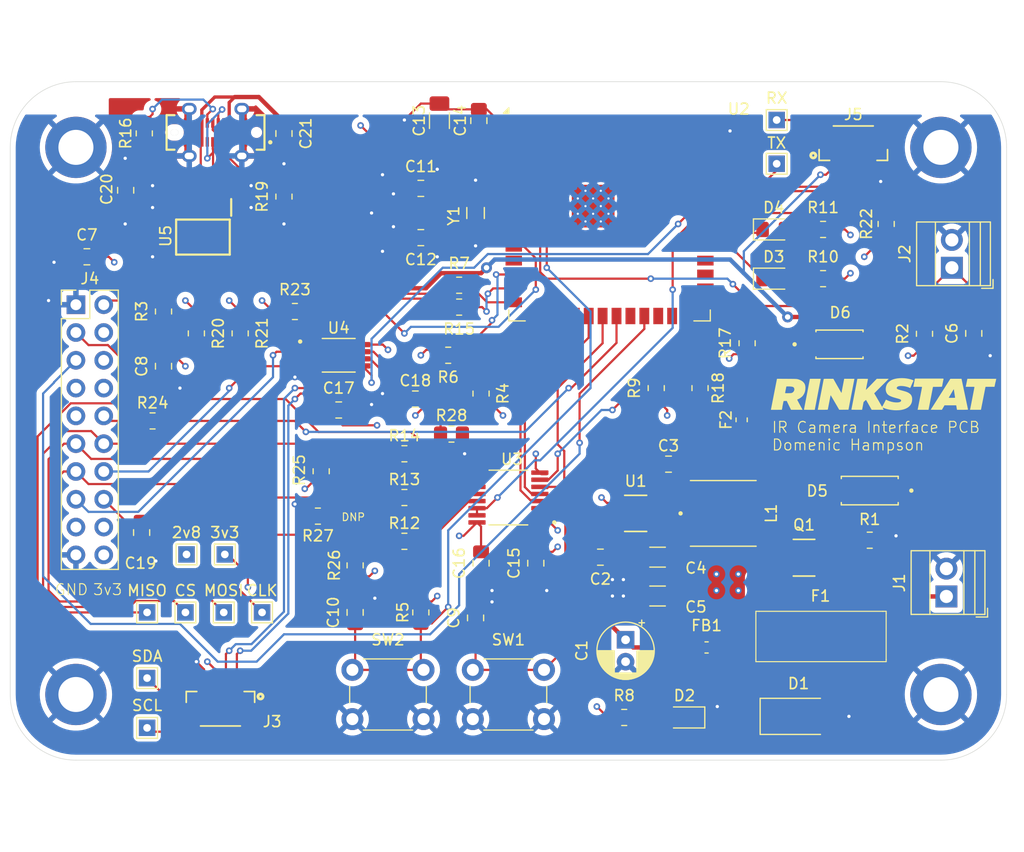
<source format=kicad_pcb>
(kicad_pcb (version 20240108) (generator "pcbnew") (generator_version "8.0")
  (title_block (title "FrostByte IR Camera Interface Board") (company "FrostByte Solutions") (comment 1 "Designed by Domenic Hampson"))
  (layers (0 "F.Cu" signal) (1 "In1.Cu" signal) (2 "In2.Cu" signal) (31 "B.Cu" signal) (34 "B.Paste" user) (35 "F.Paste" user) (36 "B.SilkS" user "B.Silkscreen") (37 "F.SilkS" user "F.Silkscreen") (38 "B.Mask" user) (39 "F.Mask" user) (44 "Edge.Cuts" user))
  (net 0 "")
  (net 1 "GND")
  (net 2 "Net-(U2-EN)")
  (net 3 "Net-(U2-IO0)")
  (net 4 "Net-(U1-EN)")
  (net 5 "Net-(U2-IO15)")
  (net 6 "/MCU/CAM_TEMP")
  (net 7 "Net-(U2-IO16)")
  (net 8 "+3.3V")
  (net 9 "Net-(U1-BST)")
  (net 10 "Net-(U1-SW)")
  (net 11 "/Power_Circuitry/source")
  (net 12 "Net-(D4-A)")
  (net 13 "/MCU/LED_1")
  (net 14 "/MCU/LED_2")
  (net 15 "+2V8")
  (net 16 "Net-(FB1-Pad1)")
  (net 17 "/MCU/RX")
  (net 18 "/MCU/TX")
  (net 19 "/MCU/SPI_CLK")
  (net 20 "/MCU/SPI_MOSI")
  (net 21 "Net-(D2-A)")
  (net 22 "/MCU/VSYNC")
  (net 23 "Net-(D3-A)")
  (net 24 "/MCU/SPI_CS")
  (net 25 "/MCU/SPI_MISO")
  (net 26 "/MCU/RESET_L")
  (net 27 "Net-(J1-Pin_1)")
  (net 30 "/MCU/RESET_L_3v3")
  (net 31 "Net-(U3-1B1)")
  (net 34 "Net-(J4-Pin_2)")
  (net 40 "Net-(D6-PadC)")
  (net 41 "Net-(U3-1B2)")
  (net 43 "Net-(U3-2B1)")
  (net 47 "/MCU/SPI_CS_3v3")
  (net 53 "/MCU/SPI_CLK_3v3")
  (net 55 "/MCU/SPI_MOSI_3v3")
  (net 60 "+5V")
  (net 61 "Net-(D5-A)")
  (net 62 "/MCU/SDA_A")
  (net 63 "/MCU/SCL_A")
  (net 64 "/MCU/SDA_B")
  (net 65 "/MCU/SCL_B")
  (net 68 "Net-(J6-CC1)")
  (net 70 "Net-(C9-Pad2)")
  (net 72 "Net-(J4-Pin_10)")
  (net 73 "Net-(J6-CC2)")
  (net 74 "/MCU/EN_SPI")
  (net 75 "Net-(U2-IO17)")
  (net 76 "/MCU/EN_I2C")
  (net 77 "/Peripherals/USB_D-")
  (net 78 "/Peripherals/USB_D+")
  (footprint "Resistor_SMD:R_0805_2012Metric_Pad1.20x1.40mm_HandSolder" (layer "F.Cu") (at 139.6 90.8 180)
    (property "Reference" "R7")
    (property "Value" "22")
  )
  (footprint "Capacitor_SMD:C_0805_2012Metric_Pad1.18x1.45mm_HandSolder" (layer "F.Cu") (at 123.6 76.935 90)
    (property "Reference" "C21")
    (property "Value" "0.1uF")
  )
  (footprint "Resistor_SMD:R_0805_2012Metric_Pad1.20x1.40mm_HandSolder" (layer "F.Cu") (at 178.6 85.2 90)
    (property "Reference" "R22")
    (property "Value" "10k")
  )
  (footprint "Resistor_SMD:R_0805_2012Metric_Pad1.20x1.40mm_HandSolder" (layer "F.Cu") (at 111.6 103.2)
    (property "Reference" "R24")
    (property "Value" "22")
  )
  (footprint "footprints:XTAL_FC-135R_32.7680KA-AG0" (layer "F.Cu") (at 141.1 84.2 90)
    (property "Reference" "Y1")
    (property "Value" "32.768kHz")
  )
  (footprint "TestPoint:TestPoint_THTPad_1.5x1.5mm_Drill0.7mm" (layer "F.Cu") (at 111.1 126.7)
    (property "Reference" "SDA")
    (property "Value" "TestPoint")
  )
  (footprint "Resistor_SMD:R_0805_2012Metric_Pad1.20x1.40mm_HandSolder" (layer "F.Cu") (at 182.1 95.2375 90)
    (property "Reference" "R2")
    (property "Value" "10k 1%")
  )
  (footprint "footprints:rinkstat_logo" (layer "F.Cu") (at 178.65 101.4)
    (property "Reference" "G***" (hide yes))
    (property "Value" "LOGO" (hide yes))
  )
  (footprint "Fuse:Fuse_0603_1608Metric_Pad1.05x0.95mm_HandSolder" (layer "F.Cu") (at 165.4 103.1 90)
    (property "Reference" "F2")
    (property "Value" "1A Slow Blow")
  )
  (footprint "Capacitor_SMD:C_1206_3216Metric_Pad1.33x1.80mm_HandSolder" (layer "F.Cu") (at 137.8 75.7625 90)
    (property "Reference" "C13")
    (property "Value" "DNP")
  )
  (footprint "Resistor_SMD:R_0805_2012Metric_Pad1.20x1.40mm_HandSolder" (layer "F.Cu") (at 112.6 93.2 -90)
    (property "Reference" "R3")
    (property "Value" "10k")
  )
  (footprint "TerminalBlock:TerminalBlock_Xinya_XY308-2.54-2P_1x02_P2.54mm_Horizontal" (layer "F.Cu") (at 184.6 89.2 90)
    (property "Reference" "J2")
    (property "Value" "Conn_01x02_Socket")
  )
  (footprint "TestPoint:TestPoint_THTPad_1.5x1.5mm_Drill0.7mm" (layer "F.Cu") (at 168.6 79.7)
    (property "Reference" "TX")
    (property "Value" "TestPoint")
  )
  (footprint "Capacitor_SMD:C_0805_2012Metric_Pad1.18x1.45mm_HandSolder" (layer "F.Cu") (at 141.4 75.7625 90)
    (property "Reference" "C14")
    (property "Value" "0.1uF")
  )
  (footprint "Capacitor_SMD:C_0805_2012Metric_Pad1.18x1.45mm_HandSolder" (layer "F.Cu") (at 152.5 115.650001)
    (property "Reference" "C2")
    (property "Value" "2.2uF")
  )
  (footprint "footprints:SOIC127P600X175-8N" (layer "F.Cu") (at 116.2 86.4 -90)
    (property "Reference" "U5")
    (property "Value" "USB6B1RL")
  )
  (footprint "Resistor_SMD:R_0805_2012Metric_Pad1.20x1.40mm_HandSolder" (layer "F.Cu") (at 124.6 93.2 180)
    (property "Reference" "R23")
    (property "Value" "10k")
  )
  (footprint "Resistor_SMD:R_0805_2012Metric_Pad1.20x1.40mm_HandSolder" (layer "F.Cu") (at 134.6 114.2)
    (property "Reference" "R12")
    (property "Value" "22")
  )
  (footprint "Resistor_SMD:R_0805_2012Metric_Pad1.20x1.40mm_HandSolder" (layer "F.Cu") (at 138.6 97.2)
    (property "Reference" "R6")
    (property "Value" "2.2k")
  )
  (footprint "footprints:CONN4_BM04B-SRSS_JST" (layer "F.Cu") (at 175.6 77.8178)
    (property "Reference" "J5")
    (property "Value" "UART")
  )
  (footprint "MountingHole:MountingHole_3.2mm_M3_DIN965_Pad" (layer "F.Cu") (at 183.6 128.2)
    (property "Reference" "H4" (hide yes))
    (property "Value" "MountingHole_Pad")
  )
  (footprint "Diode_SMD:D_SMA" (layer "F.Cu") (at 170.6 130.2)
    (property "Reference" "D1")
    (property "Value" "SMAJ33A")
  )
  (footprint "Resistor_SMD:R_0805_2012Metric_Pad1.20x1.40mm_HandSolder" (layer "F.Cu") (at 119.6 95.2 -90)
    (property "Reference" "R21")
    (property "Value" "2.2k")
  )
  (footprint "Capacitor_SMD:C_0805_2012Metric_Pad1.18x1.45mm_HandSolder" (layer "F.Cu") (at 105.6 88.2 180)
    (property "Reference" "C7")
    (property "Value" "1uF")
  )
  (footprint "LED_SMD:LED_0805_2012Metric_Pad1.15x1.40mm_HandSolder" (layer "F.Cu") (at 160.175 130.3 180)
    (property "Reference" "D2")
    (property "Value" "LED_Red")
  )
  (footprint "Resistor_SMD:R_0805_2012Metric_Pad1.20x1.40mm_HandSolder" (layer "F.Cu") (at 172.8375 85.7 180)
    (property "Reference" "R11")
    (property "Value" "150")
  )
  (footprint "footprints:GCT_USB4120-03-C_REVA6" (layer "F.Cu") (at 117.35 76.835 180)
    (property "Reference" "J6" (hide yes))
    (property "Value" "USB4120-03-C_REVA6")
    (fp_line (start 3.85 0.26) (end 3.65 0.26) (stroke (width 0.01)) (layer "Edge.Cuts"))
    (fp_line (start 3.65 -0.26) (end 3.85 -0.26) (stroke (width 0.01)) (layer "Edge.Cuts"))
    (fp_arc (start 4.11 0) (mid 4.033848 0.183848) (end 3.85 0.26) (stroke (width 0.01)) (layer "Edge.Cuts"))
    (fp_arc (start 3.85 -0.26) (mid 4.033848 -0.183848) (end 4.11 0) (stroke (width 0.01)) (layer "Edge.Cuts"))
    (fp_arc (start 3.65 0.26) (mid 3.466152 0.183848) (end 3.39 0) (stroke (width 0.01)) (layer "Edge.Cuts"))
    (fp_arc (start 3.39 0) (mid 3.466152 -0.183848) (end 3.65 -0.26) (stroke (width 0.01)) (layer "Edge.Cuts"))
  )
  (footprint "TestPoint:TestPoint_THTPad_1.5x1.5mm_Drill0.7mm" (layer "F.Cu") (at 114.6 120.7)
    (property "Reference" "CS")
    (property "Value" "TestPoint")
  )
  (footprint "TestPoint:TestPoint_THTPad_1.5x1.5mm_Drill0.7mm" (layer "F.Cu") (at 118.2 115.4)
    (property "Reference" "3v3")
    (property "Value" "TestPoint")
  )
  (footprint "Capacitor_SMD:C_0805_2012Metric_Pad1.18x1.45mm_HandSolder" (layer "F.Cu") (at 146.6 116.2 -90)
    (property "Reference" "C15")
    (property "Value" "0.1uF")
  )
  (footprint "Resistor_SMD:R_0805_2012Metric_Pad1.20x1.40mm_HandSolder" (layer "F.Cu") (at 134.6 110.2)
    (property "Reference" "R13")
    (property "Value" "22")
  )
  (footprint "Resistor_SMD:R_0805_2012Metric_Pad1.20x1.40mm_HandSolder" (layer "F.Cu") (at 154.675 130.3)
    (property "Reference" "R8")
    (property "Value" "270")
  )
  (footprint "Resistor_SMD:R_0805_2012Metric_Pad1.20x1.40mm_HandSolder" (layer "F.Cu") (at 138.9 104.4 180)
    (property "Reference" "R28")
    (property "Value" "10k")
  )
  (footprint "TestPoint:TestPoint_THTPad_1.5x1.5mm_Drill0.7mm" (layer "F.Cu") (at 118.1 120.7)
    (property "Reference" "MOSI")
    (property "Value" "TestPoint")
  )
  (footprint "Resistor_SMD:R_0805_2012Metric_Pad1.20x1.40mm_HandSolder" (layer "F.Cu") (at 127 107.8 90)
    (property "Reference" "R25")
    (property "Value" "10k")
  )
  (footprint "footprints:DIOM5226X230N" (layer "F.Cu") (at 174.3375 96.2)
    (property "Reference" "D6")
    (property "Value" "B240A-13-F")
  )
  (footprint "Resistor_SMD:R_0805_2012Metric_Pad1.20x1.40mm_HandSolder" (layer "F.Cu") (at 165.9 96.1 -90)
    (property "Reference" "R17")
    (property "Value" "10k")
  )
  (footprint "MountingHole:MountingHole_3.2mm_M3_DIN965_Pad" (layer "F.Cu") (at 183.6 78.2)
    (property "Reference" "H2" (hide yes))
    (property "Value" "MountingHole_Pad")
  )
  (footprint "Capacitor_SMD:C_0805_2012Metric_Pad1.18x1.45mm_HandSolder" (layer "F.Cu") (at 136.1 86.45)
    (property "Reference" "C12")
    (property "Value" "8pF")
  )
  (footprint "TestPoint:TestPoint_THTPad_1.5x1.5mm_Drill0.7mm" (layer "F.Cu") (at 121.6 120.7)
    (property "Reference" "CLK")
    (property "Value" "TestPoint")
  )
  (footprint "Capacitor_SMD:C_1206_3216Metric_Pad1.33x1.80mm_HandSolder" (layer "F.Cu") (at 157.72205 115.650001 180)
    (property "Reference" "C4")
    (property "Value" "22uF")
  )
  (footprint "Capacitor_THT:CP_Radial_D5.0mm_P2.00mm" (layer "F.Cu") (at 154.8 123.2 -90)
    (property "Reference" "C1")
    (property "Value" "47uF")
  )
  (footprint "TestPoint:TestPoint_THTPad_1.5x1.5mm_Drill0.7mm" (layer "F.Cu") (at 114.7 115.4)
    (property "Reference" "2v8")
    (property "Value" "TestPoint")
  )
  (footprint "TerminalBlock:TerminalBlock_Xinya_XY308-2.54-2P_1x02_P2.54mm_Horizontal" (layer "F.Cu") (at 184.1 119.24 90)
    (property "Reference" "J1")
    (property "Value" "Power_Input")
  )
  (footprint "Capacitor_SMD:C_0805_2012Metric_Pad1.18x1.45mm_HandSolder" (layer "F.Cu") (at 141.6 116.2 -90)
    (property "Reference" "C16")
    (property "Value" "0.1uF")
  )
  (footprint "Resistor_SMD:R_0805_2012Metric_Pad1.20x1.40mm_HandSolder" (layer "F.Cu") (at 141.6 100.7 90)
    (property "Reference" "R4")
    (property "Value" "2.2k")
  )
  (footprint "Resistor_SMD:R_0805_2012Metric_Pad1.20x1.40mm_HandSolder" (layer "F.Cu") (at 126.7 111.9 180)
    (property "Reference" "R27")
    (property "Value" "47k")
  )
  (footprint "Resistor_SMD:R_0805_2012Metric_Pad1.20x1.40mm_HandSolder" (layer "F.Cu") (at 123.6 82.7 -90)
    (property "Reference" "R19")
    (property "Value" "5.1k")
  )
  (footprint "Resistor_SMD:R_0805_2012Metric_Pad1.20x1.40mm_HandSolder" (layer "F.Cu") (at 172.8375 90.2 180)
    (property "Reference" "R10")
    (property "Value" "47")
  )
  (footprint "TestPoint:TestPoint_THTPad_1.5x1.5mm_Drill0.7mm" (layer "F.Cu") (at 111.1 131.25)
    (property "Reference" "SCL")
    (property "Value" "TestPoint")
  )
  (footprint "Resistor_SMD:R_0805_2012Metric_Pad1.20x1.40mm_HandSolder" (layer "F.Cu") (at 136.1 120.7 90)
    (property "Reference" "R5")
    (property "Value" "10k")
  )
  (footprint "footprints:CONN4_BM04B-SRSS_JST" (layer "F.Cu") (at 117.8 129.5022 180)
    (property "Reference" "J3")
    (property "Value" "Conn_01x04_Socket")
  )
  (footprint "MountingHole:MountingHole_3.2mm_M3_DIN965_Pad" (layer "F.Cu") (at 104.6 78.2)
    (property "Reference" "H1" (hide yes))
    (property "Value" "MountingHole_Pad")
  )
  (footprint "LED_SMD:LED_0805_2012Metric_Pad1.15x1.40mm_HandSolder" (layer "F.Cu") (at 168.3375 90.2)
    (property "Reference" "D3")
    (property "Value" "LED_Blue")
  )
  (footprint "Resistor_SMD:R_0805_2012Metric_Pad1.20x1.40mm_HandSolder" (layer "F.Cu") (at 139.6 92.8)
    (property "Reference" "R15")
    (property "Value" "22")
  )
  (footprint "TestPoint:TestPoint_THTPad_1.5x1.5mm_Drill0.7mm" (layer "F.Cu") (at 111.1 120.7)
    (property "Reference" "MISO")
    (property "Value" "TestPoint")
  )
  (footprint "Capacitor_SMD:C_0603_1608Metric_Pad1.08x0.95mm_HandSolder" (layer "F.Cu") (at 162.2 123.9 180)
    (property "Reference" "FB1")
    (property "Value" "PE-0603PFB121ST")
  )
  (footprint "footprints:SOP65P490X110-8N" (layer "F.Cu") (at 128.6 97.2)
    (property "Reference" "U4")
    (property "Value" "TCA9517DGKR")
  )
  (footprint "Capacitor_SMD:C_0805_2012Metric_Pad1.18x1.45mm_HandSolder" (layer "F.Cu") (at 136.1 81.95)
    (property "Reference" "C11")
    (property "Value" "8pF")
  )
  (footprint "TestPoint:TestPoint_THTPad_1.5x1.5mm_Drill0.7mm" (layer "F.Cu") (at 168.6 75.7)
    (property "Reference" "RX")
    (property "Value" "TestPoint")
  )
  (footprint "Resistor_SMD:R_0805_2012Metric_Pad1.20x1.40mm_HandSolder" (layer "F.Cu") (at 130.1 116.4 90)
    (property "Reference" "R26")
    (property "Value" "47k")
  )
  (footprint "Capacitor_SMD:C_0805_2012Metric_Pad1.18x1.45mm_HandSolder" (layer "F.Cu") (at 135.6 101.2)
    (property "Reference" "C18")
    (property "Value" "0.1uF")
  )
  (footprint "Button_Switch_THT:SW_PUSH_6mm" (layer "F.Cu") (at 136.35 130.45 180)
    (property "Reference" "SW2")
    (property "Value" "SW_Push")
  )
  (footprint "Capacitor_SMD:C_1206_3216Metric_Pad1.33x1.80mm_HandSolder" (layer "F.Cu") (at 157.72205 119.2 180)
    (property "Reference" "C5")
    (property "Value" "22uF")
  )
  (footprint "Capacitor_SMD:C_0805_2012Metric_Pad1.18x1.45mm_HandSolder" (layer "F.Cu") (at 141.1 121.2 -90)
    (property "Reference" "C9")
    (property "Value" "0.1uF")
  )
  (footprint "Capacitor_SMD:C_0805_2012Metric_Pad1.18x1.45mm_HandSolder" (layer "F.Cu") (at 109.1425 82.123 90)
    (property "Reference" "C20")
    (property "Value" "0.1uF")
  )
  (footprint "Resistor_SMD:R_0805_2012Metric_Pad1.20x1.40mm_HandSolder" (layer "F.Cu") (at 115.6 95.2 -90)
    (property "Reference" "R20")
    (property "Value" "2.2k")
  )
  (footprint "footprints:SOP65P640X120-16N" (layer "F.Cu") (at 144.1 110.2 180)
    (property "Reference" "U3")
    (property "Value" "SN74AXC4T245PWR")
  )
  (footprint "footprints:DIOM5226X240N" (layer "F.Cu") (at 177.1 109.565 180)
    (property "Reference" "D5")
    (property "Value" "15V")
  )
  (footprint "LED_SMD:LED_0805_2012Metric_Pad1.15x1.40mm_HandSolder" (layer "F.Cu") (at 168.3375 85.7)
    (property "Reference" "D4")
    (property "Value" "LED_Green")
  )
  (footprint "Resistor_SMD:R_0805_2012Metric_Pad1.20x1.40mm_HandSolder" (layer "F.Cu") (at 110.8425 76.923 90)
    (property "Reference" "R16")
    (property "Value" "5.1k")
  )
  (footprint "Button_Switch_THT:SW_PUSH_6mm" (layer "F.Cu") (at 147.35 130.45 180)
    (property "Reference" "SW1")
    (property "Value" "SW_Push")
  )
  (footprint "Capacitor_SMD:C_0805_2012Metric_Pad1.18x1.45mm_HandSolder" (layer "F.Cu") (at 186.6 95.2 -90)
    (property "Reference" "C6")
    (property "Value" "0.1uF")
  )
  (footprint "Capacitor_SMD:C_0805_2012Metric_Pad1.18x1.45mm_HandSolder" (layer "F.Cu") (at 128.6 102.2)
    (property "Reference" "C17")
    (property "Value" "0.1uF")
  )
  (footprint "Resistor_SMD:R_0805_2012Metric_Pad1.20x1.40mm_HandSolder" (layer "F.Cu") (at 177.1 114.1 180)
    (property "Reference" "R1")
    (property "Value" "100k")
  )
  (footprint "Capacitor_SMD:C_0805_2012Metric_Pad1.18x1.45mm_HandSolder" (layer "F.Cu") (at 112.6 98.2 -90)
    (property "Reference" "C8")
    (property "Value" "0.1uF")
  )
  (footprint "RF_Module:ESP32-S3-WROOM-1" (layer "F.Cu") (at 153.3375 81.11)
    (property "Reference" "U2")
    (property "Value" "ESP32-S3-WROOM-1")
  )
  (footprint "Resistor_SMD:R_0805_2012Metric_Pad1.20x1.40mm_HandSolder" (layer "F.Cu") (at 161.6 100.2 -90)
    (property "Reference" "R18")
    (property "Value" "0")
  )
  (footprint "Resistor_SMD:R_0805_2012Metric_Pad1.20x1.40mm_HandSolder" (layer "F.Cu") (at 134.6 106.2)
    (property "Reference" "R14")
    (property "Value" "33")
  )
  (footprint "footprints:SOT-23-THIN-6_DDC_TEX" (layer "F.Cu") (at 155.72205 111.650001)
    (property "Reference" "U1")
    (property "Value" "AP63203WU-7")
  )
  (footprint "MountingHole:MountingHole_3.2mm_M3_DIN965_Pad" (layer "F.Cu") (at 104.6 128.2)
    (property "Reference" "H3" (hide yes))
    (property "Value" "MountingHole_Pad")
  )
  (footprint "Capacitor_SMD:C_0805_2012Metric_Pad1.18x1.45mm_HandSolder" (layer "F.Cu") (at 158.72205 107.150001)
    (property "Reference" "C3")
    (property "Value" "0.1uF")
  )
  (footprint "footprints:TSOP-6L_VIS" (layer "F.Cu") (at 171.1 115.7 180)
    (property "Reference" "Q1")
    (property "Value" "SI3127DV-T1-GE3")
  )
  (footprint "Capacitor_SMD:C_0805_2012Metric_Pad1.18x1.45mm_HandSolder" (layer "F.Cu") (at 130.1 120.7 -90)
    (property "Reference" "C10")
    (property "Value" "0.1uF")
  )
  (footprint "footprints:IND_VLS6045EX-6R8M" (layer "F.Cu") (at 163.72205 111.650001)
    (property "Reference" "L1")
    (property "Value" "3.9uH")
  )
  (footprint "Capacitor_SMD:C_0805_2012Metric_Pad1.18x1.45mm_HandSolder" (layer "F.Cu") (at 110.6 113.4 90)
    (property "Reference" "C19")
    (property "Value" "1uF")
  )
  (footprint "Resistor_SMD:R_0805_2012Metric_Pad1.20x1.40mm_HandSolder" (layer "F.Cu") (at 157.6 100.2 90)
    (property "Reference" "R9")
    (property "Value" "10k")
  )
  (footprint "footprints:Small_SMD_Fuse_Holder" (layer "F.Cu") (at 172.6 124.2 180)
    (property "Reference" "F1")
    (property "Value" "3404.2413.11")
  )
  (footprint "Connector_PinHeader_2.54mm:PinHeader_2x10_P2.54mm_Vertical" (layer "F.Cu") (at 104.6 92.58)
    (property "Reference" "J4")
    (property "Value" "Conn_02x10")
  )
  (gr_line (start 173.27 102.112465) (end 173.24 102.14) (stroke (width 0.02)) (layer "F.SilkS"))
  (gr_line (start 172.07 102.170183) (end 171.11 102.169817) (stroke (width 0.024)) (layer "F.SilkS"))
  (gr_line (start 169.06 102.17) (end 168.11 102.17) (stroke (width 0.024)) (layer "F.SilkS"))
  (gr_line (start 188.64 99.36) (end 188.57 99.66) (stroke (width 0.022)) (layer "F.SilkS"))
  (gr_line (start 181.27 99.38) (end 183.79 99.38) (stroke (width 0.1)) (layer "F.SilkS"))
  (gr_line (start 171.105 102.17) (end 171.115 102.12) (stroke (width 0.02)) (layer "F.SilkS"))
  (gr_line (start 187.96 99.36) (end 188.64 99.36) (stroke (width 0.022)) (layer "F.SilkS"))
  (gr_line (start 169.065 102.17) (end 169.095 101.969373) (stroke (width 0.024)) (layer "F.SilkS"))
  (gr_line (start 104.6 72.2) (end 183.6 72.2) (stroke (width 0.05)) (layer "Edge.Cuts"))
  (gr_line (start 98.6 128.2) (end 98.6 78.2) (stroke (width 0.05)) (layer "Edge.Cuts"))
  (gr_arc (start 98.6 78.2) (mid 100.357359 73.957359) (end 104.6 72.2) (stroke (width 0.05)) (layer "Edge.Cuts"))
  (gr_arc (start 183.6 72.2) (mid 187.842641 73.957359) (end 189.6 78.2) (stroke (width 0.05)) (layer "Edge.Cuts"))
  (gr_line (start 189.6 78.2) (end 189.6 128.2) (stroke (width 0.05)) (layer "Edge.Cuts"))
  (gr_arc (start 189.6 128.2) (mid 187.842641 132.442641) (end 183.6 134.2) (stroke (width 0.05)) (layer "Edge.Cuts"))
  (gr_arc (start 104.6 134.2) (mid 100.357359 132.442641) (end 98.6 128.2) (stroke (width 0.05)) (layer "Edge.Cuts"))
  (gr_line (start 104.6 134.2) (end 183.6 134.2) (stroke (width 0.05)) (layer "Edge.Cuts"))
  (gr_text "DNP" (at 128.8 112.4 0) (layer "F.SilkS") (effects (font (size 0.7 0.7) (thickness 0.1)) (justify left bottom)))
  (gr_text "IR Camera Interface PCB\nDomenic Hampson" (at 168.1 105.98 0) (layer "F.SilkS") (effects (font (size 1 1) (thickness 0.1)) (justify left bottom)))
  (gr_text "3v3" (at 106.1 119.2 0) (layer "F.SilkS") (effects (font (size 1 1) (thickness 0.1)) (justify left bottom)))
  (gr_text "GND" (at 102.6 119.2 0) (layer "F.SilkS") (effects (font (size 1 1) (thickness 0.1)) (justify left bottom)))
  (segment (start 146.97 107.925) (end 146.6 107.555) (width 0.2) (layer "F.Cu") (net 1))
  (segment (start 134.5625 101.2) (end 133.1 101.2) (width 0.2) (layer "F.Cu") (net 1))
  (segment (start 141.4 74.725) (end 138.325 74.725) (width 0.2) (layer "F.Cu") (net 1))
  (segment (start 114.6 75.035) (end 114.95 74.685) (width 0.2) (layer "F.Cu") (net 1))
  (segment (start 146.6 117.2375) (end 147.6 118.2375) (width 0.2) (layer "F.Cu") (net 1))
  (segment (start 141.6375 117.2375) (end 142.6 118.2) (width 0.2) (layer "F.Cu") (net 1))
  (segment (start 161.2 130.3) (end 162.175 130.3) (width 0.2) (layer "F.Cu") (net 1))
  (segment (start 113.1375 99.2375) (end 114.1 100.2) (width 0.2) (layer "F.Cu") (net 1))
  (segment (start 114.6 77.7) (end 114.6 78.635) (width 0.2) (layer "F.Cu") (net 1))
  (segment (start 134.6 75.7) (end 136.1 74.2) (width 0.2) (layer "F.Cu") (net 1))
  (segment (start 104.5625 88.2) (end 103.1 88.2) (width 0.2) (layer "F.Cu") (net 1))
  (segment (start 177.1 80.3178) (end 178.1 81.3178) (width 0.2) (layer "F.Cu") (net 1))
  (segment (start 147.115 108.07) (end 147.6 108.07) (width 0.2) (layer "F.Cu") (net 1))
  (segment (start 129.6375 102.2) (end 131.1 102.2) (width 0.2) (layer "F.Cu") (net 1))
  (segment (start 133.1 101.2) (end 132.6 100.7) (width 0.2) (layer "F.Cu") (net 1))
  (segment (start 143.25 75.85) (end 142.125 74.725) (width 0.2) (layer "F.Cu") (net 1))
  (segment (start 131.1 102.2) (end 131.6 101.7) (width 0.2) (layer "F.Cu") (net 1))
  (segment (start 131.9 119.4) (end 130.3625 119.4) (width 0.2) (layer "F.Cu") (net 1))
  (segment (start 114.295 89.112) (end 112.512 89.112) (width 0.2) (layer "F.Cu") (net 1))
  (segment (start 125.425 99.2) (end 124.6 99.2) (width 0.2) (layer "F.Cu") (net 1))
  (segment (start 120.1 77.7) (end 120.1 78.635) (width 0.2) (layer "F.Cu") (net 1))
  (segment (start 125.7 111.9) (end 124.6 110.8) (width 0.2) (layer "F.Cu") (net 1))
  (segment (start 178.1 114.1) (end 178.5 113.7) (width 0.2) (layer "F.Cu") (net 1))
  (segment (start 135.0625 81.95) (end 134.1 81.95) (width 0.2) (layer "F.Cu") (net 1))
  (segment (start 116.3 127.62) (end 116.3 125.9) (width 0.2) (layer "F.Cu") (net 1))
  (segment (start 110.6 114.4375) (end 110.6 114.7) (width 0.2) (layer "F.Cu") (net 1))
  (segment (start 146.6 107.555) (end 146.6 106.2) (width 0.2) (layer "F.Cu") (net 1))
  (segment (start 141.6 117.2375) (end 141.6375 117.2375) (width 0.2) (layer "F.Cu") (net 1))
  (segment (start 142.125 74.725) (end 141.4 74.725) (width 0.2) (layer "F.Cu") (net 1))
  (segment (start 120.1 78.635) (end 119.75 78.985) (width 0.2) (layer "F.Cu") (net 1))
  (segment (start 111.9 116) (end 111.7 115.8) (width 0.2) (layer "F.Cu") (net 1))
  (segment (start 120.1 75.97) (end 120.1 77.7) (width 0.2) (layer "F.Cu") (net 1))
  (segment (start 112.6 99.2375) (end 113.1375 99.2375) (width 0.2) (layer "F.Cu") (net 1))
  (segment (start 114.6 75.97) (end 114.6 77.7) (width 0.2) (layer "F.Cu") (net 1))
  (segment (start 187.6 97.2375) (end 188.1 97.2375) (width 0.2) (layer "F.Cu") (net 1))
  (segment (start 114.6 75.97) (end 114.6 75.035) (width 0.2) (layer "F.Cu") (net 1))
  (segment (start 141.1 120.2) (end 142.1375 120.2) (width 0.2) (layer "F.Cu") (net 1))
  (segment (start 104.6 92.58) (end 102.48 92.58) (width 0.2) (layer "F.Cu") (net 1))
  (segment (start 172.6 130.2) (end 175.2 130.2) (width 0.2) (layer "F.Cu") (net 1))
  (segment (start 142.1375 120.2) (end 142.6 119.7375) (width 0.2) (layer "F.Cu") (net 1))
  (segment (start 120.1 75.035) (end 119.75 74.685) (width 0.2) (layer "F.Cu") (net 1))
  (segment (start 143.25 75.85) (end 144.5875 75.85) (width 0.2) (layer "F.Cu") (net 1))
  (segment (start 112.512 89.112) (end 111.6 88.2) (width 0.2) (layer "F.Cu") (net 1))
  (segment (start 138.325 74.725) (end 137.8 74.2) (width 0.2) (layer "F.Cu") (net 1))
  (segment (start 178.5 113.7) (end 179.5 113.7) (width 0.2) (layer "F.Cu") (net 1))
  (segment (start 130.3625 119.4) (end 130.1 119.6625) (width 0.2) (layer "F.Cu") (net 1))
  (segment (start 134.1 81.95) (end 133.6 82.45) (width 0.2) (layer "F.Cu") (net 1))
  (segment (start 116.3 125.9) (end 115.6 125.2) (width 0.2) (layer "F.Cu") (net 1))
  (segment (start 162.0875 75.85) (end 163.4875 75.85) (width 0.2) (layer "F.Cu") (net 1))
  (segment (start 110.6 114.7) (end 111.9 116) (width 0.2) (layer "F.Cu") (net 1))
  (segment (start 126.45 98.175) (end 125.425 99.2) (width 0.2) (layer "F.Cu") (net 1))
  (segment (start 186.6 96.2375) (end 187.6 97.2375) (width 0.2) (layer "F.Cu") (net 1))
  (segment (start 140.1 106.795) (end 140.1 106.2) (width 0.2) (layer "F.Cu") (net 1))
  (segment (start 102.48 92.58) (end 102.1 92.2) (width 0.2) (layer "F.Cu") (net 1))
  (segment (start 163.4875 75.85) (end 164.3375 76.7) (width 0.2) (layer "F.Cu") (net 1))
  (segment (start 136.1 74.2) (end 137.8 74.2) (width 0.2) (layer "F.Cu") (net 1))
  (segment (start 103.1 88.2) (end 102.6 88.7) (width 0.2) (layer "F.Cu") (net 1))
  (segment (start 147.6 118.2375) (end 147.6 118.7) (width 0.2) (layer "F.Cu") (net 1))
  (segment (start 162.175 130.3) (end 163.175 129.3) (width 0.2) (layer "F.Cu") (net 1))
  (segment (start 134.6 86.45) (end 135.0625 86.45) (width 0.2) (layer "F.Cu") (net 1))
  (segment (start 114.6 78.635) (end 114.95 78.985) (width 0.2) (layer "F.Cu") (net 1))
  (segment (start 133.6 85.45) (end 134.6 86.45) (width 0.2) (layer "F.Cu") (net 1))
  (segment (start 120.1 75.97) (end 120.1 75.035) (width 0.2) (layer "F.Cu") (net 1))
  (segment (start 141.23 107.925) (end 140.1 106.795) (width 0.2) (layer "F.Cu") (net 1))
  (segment (start 142.6 118.2) (end 142.6 118.7) (width 0.2) (layer "F.Cu") (net 1))
  (via (at 141.1 81.2) (size 0.6) (drill 0.3) (layers "F.Cu" "B.Cu") (net 1))
  (via (at 141.1 87.2) (size 0.6) (drill 0.3) (layers "F.Cu" "B.Cu") (net 1))
  (via (at 154.6 119.2) (size 0.6) (drill 0.3) (layers "F.Cu" "B.Cu") (net 1))
  (via (at 120.6 81.7) (size 0.6) (drill 0.3) (layers "F.Cu" "B.Cu") (net 1))
  (via (at 153.6 117.7) (size 0.6) (drill 0.3) (layers "F.Cu" "B.Cu") (net 1))
  (via (at 137.6 80.2) (size 0.6) (drill 0.3) (layers "F.Cu" "B.Cu") (net 1))
  (via (at 109.1 79.2) (size 0.6) (drill 0.3) (layers "F.Cu" "B.Cu") (net 1))
  (via (at 133.6 85.45) (size 0.6) (drill 0.3) (layers "F.Cu" "B.Cu") (net 1))
  (via (at 134.6 75.7) (size 0.6) (drill 0.3) (layers "F.Cu" "B.Cu") (net 1))
  (via (at 109.1 85.2) (size 0.6) (drill 0.3) (layers "F.Cu" "B.Cu") (net 1))
  (via (at 131.6 101.7) (size 0.6) (drill 0.3) (layers "F.Cu" "B.Cu") (net 1))
  (via (at 132.6 80.7) (size 0.6) (drill 0.3) (layers "F.Cu" "B.Cu") (net 1))
  (via (at 124.6 110.8) (size 0.6) (drill 0.3) (layers "F.Cu" "B.Cu") (net 1))
  (via (at 102.1 92.2) (size 0.6) (drill 0.3) (layers "F.Cu" "B.Cu") (net 1))
  (via (at 188.1 97.2375) (size 0.6) (drill 0.3) (layers "F.Cu" "B.Cu") (net 1))
  (via (at 123.6 79.7) (size 0.6) (drill 0.3) (layers "F.Cu" "B.Cu") (net 1))
  (via (at 142.6 119.7375) (size 0.6) (drill 0.3) (layers "F.Cu" "B.Cu") (net 1))
  (via (at 133.6 82.45) (size 0.6) (drill 0.3) (layers "F.Cu" "B.Cu") (net 1))
  (via (at 140.1 106.2) (size 0.6) (drill 0.3) (layers "F.Cu" "B.Cu") (net 1))
  (via (at 120.6 83.7) (size 0.6) (drill 0.3) (layers "F.Cu" "B.Cu") (net 1))
  (via (at 163.175 129.3) (size 0.6) (drill 0.3) (layers "F.Cu" "B.Cu") (net 1))
  (via (at 164.3375 76.7) (size 0.6) (drill 0.3) (layers "F.Cu" "B.Cu") (net 1))
  (via (at 179.5 113.7) (size 0.6) (drill 0.3) (layers "F.Cu" "B.Cu") (net 1))
  (via (at 124.6 99.2) (size 0.6) (drill 0.3) (layers "F.Cu" "B.Cu") (net 1))
  (via (at 111.9 116) (size 0.6) (drill 0.3) (layers "F.Cu" "B.Cu") (net 1))
  (via (at 137.6 88.2) (size 0.6) (drill 0.3) (layers "F.Cu" "B.Cu") (net 1))
  (via (at 175.2 130.2) (size 0.6) (drill 0.3) (layers "F.Cu" "B.Cu") (net 1))
  (via (at 154.6 117.7) (size 0.6) (drill 0.3) (layers "F.Cu" "B.Cu") (net 1))
  (via (at 114.1 100.2) (size 0.6) (drill 0.3) (layers "F.Cu" "B.Cu") (net 1))
  (via (at 102.6 88.7) (size 0.6) (drill 0.3) (layers "F.Cu" "B.Cu") (net 1))
  (via (at 178.1 81.3178) (size 0.6) (drill 0.3) (layers "F.Cu" "B.Cu") (net 1))
  (via (at 131.9 119.4) (size 0.6) (drill 0.3) (layers "F.Cu" "B.Cu") (net 1))
  (via (at 115.6 125.2) (size 0.6) (drill 0.3) (layers "F.Cu" "B.Cu") (net 1))
  (via (at 146.6 106.2) (size 0.6) (drill 0.3) (layers "F.Cu" "B.Cu") (net 1))
  (via (at 123.6 85.2) (size 0.6) (drill 0.3) (layers "F.Cu" "B.Cu") (net 1))
  (via (at 132.6 87.7) (size 0.6) (drill 0.3) (layers "F.Cu" "B.Cu") (net 1))
  (via (at 131.6 84.2) (size 0.6) (drill 0.3) (layers "F.Cu" "B.Cu") (net 1))
  (via (at 147.6 118.7) (size 0.6) (drill 0.3) (layers "F.Cu" "B.Cu") (net 1))
  (via (at 111.6 83.7) (size 0.6) (drill 0.3) (layers "F.Cu" "B.Cu") (net 1))
  (via (at 132.6 100.7) (size 0.6) (drill 0.3) (layers "F.Cu" "B.Cu") (net 1))
  (via (at 142.6 118.7) (size 0.6) (drill 0.3) (layers "F.Cu" "B.Cu") (net 1))
  (via (at 111.6 81.7) (size 0.6) (drill 0.3) (layers "F.Cu" "B.Cu") (net 1))
  (via (at 111.6 88.2) (size 0.6) (drill 0.3) (layers "F.Cu" "B.Cu") (net 1))
  (via (at 153.6 119.2) (size 0.6) (drill 0.3) (layers "F.Cu" "B.Cu") (net 1))
  (segment (start 147.6 80.4525) (end 147.6 89.2) (width 0.2) (layer "F.Cu") (net 2))
  (segment (start 144.5875 78.39) (end 145.5375 78.39) (width 0.2) (layer "F.Cu") (net 2))
  (segment (start 145.5375 78.39) (end 147.6 80.4525) (width 0.2) (layer "F.Cu") (net 2))
  (segment (start 129.85 125.95) (end 136.35 125.95) (width 0.2) (layer "F.Cu") (net 2))
  (segment (start 136.1 121.7) (end 136.1 125.7) (width 0.2) (layer "F.Cu") (net 2))
  (segment (start 136.1 125.7) (end 136.35 125.95) (width 0.2) (layer "F.Cu") (net 2))
  (segment (start 130.1 121.7375) (end 130.1 125.7) (width 0.2) (layer "F.Cu") (net 2))
  (segment (start 137.1 121.7) (end 136.1 121.7) (width 0.2) (layer "F.Cu") (net 2))
  (segment (start 130.1 125.7) (end 129.85 125.95) (width 0.2) (layer "F.Cu") (net 2))
  (segment (start 138.6 120.2) (end 137.1 121.7) (width 0.2) (layer "F.Cu") (net 2))
  (via (at 138.6 120.2) (size 0.6) (drill 0.3) (layers "F.Cu" "B.Cu") (net 2))
  (via (at 147.6 89.2) (size 0.6) (drill 0.3) (layers "F.Cu" "B.Cu") (net 2))
  (segment (start 138.6 113.2) (end 138.6 120.2) (width 0.2) (layer "B.Cu") (net 2))
  (segment (start 151.6 100.2) (end 138.6 113.2) (width 0.2) (layer "B.Cu") (net 2))
  (segment (start 151.6 93.2) (end 151.6 100.2) (width 0.2) (layer "B.Cu") (net 2))
  (segment (start 147.6 89.2) (end 151.6 93.2) (width 0.2) (layer "B.Cu") (net 2))
  (segment (start 162.0875 92.36) (end 162.0875 93.7125) (width 0.2) (layer "F.Cu") (net 3))
  (segment (start 165.9 93.5) (end 164.76 92.36) (width 0.2) (layer "F.Cu") (net 3))
  (segment (start 165.9 95.1) (end 165.9 94.8375) (width 0.2) (layer "F.Cu") (net 3))
  (segment (start 164.76 92.36) (end 162.0875 92.36) (width 0.2) (layer "F.Cu") (net 3))
  (segment (start 162.2475 92.2) (end 162.0875 92.36) (width 0.2) (layer "F.Cu") (net 3))
  (segment (start 162.0875 93.7125) (end 161.6 94.2) (width 0.2) (layer "F.Cu") (net 3))
  (segment (start 165.9 95.1) (end 165.9 93.5) (width 0.2) (layer "F.Cu") (net 3))
  (segment (start 161.6 94.2) (end 161.6 99.2) (width 0.2) (layer "F.Cu") (net 3))
  (segment (start 151.4625 115.650001) (end 151.4625 119.8625) (width 0.4) (layer "F.Cu") (net 4))
  (segment (start 155.5 123.9) (end 154.8 123.2) (width 0.4) (layer "F.Cu") (net 4))
  (segment (start 151.4625 119.8625) (end 154.8 123.2) (width 0.4) (layer "F.Cu") (net 4))
  (segment (start 161.3375 123.9) (end 155.5 123.9) (width 0.4) (layer "F.Cu") (net 4))
  (segment (start 141.31 82.74) (end 141.1 82.95) (width 0.2) (layer "F.Cu") (net 5))
  (segment (start 141.1 82.95) (end 142.89 84.74) (width 0.2) (layer "F.Cu") (net 5))
  (segment (start 138.1375 82.95) (end 137.1375 81.95) (width 0.2) (layer "F.Cu") (net 5))
  (segment (start 141.1 82.95) (end 138.1375 82.95) (width 0.2) (layer "F.Cu") (net 5))
  (segment (start 142.89 84.74) (end 144.5875 84.74) (width 0.2) (layer "F.Cu") (net 5))
  (segment (start 147.6 90.2) (end 157.1 90.2) (width 0.2) (layer "F.Cu") (net 6))
  (segment (start 182.1 92.2) (end 181.6 92.7) (width 0.2) (layer "F.Cu") (net 6))
  (segment (start 147 81.1225) (end 147 89.6) (width 0.2) (layer "F.Cu") (net 6))
  (segment (start 184.6 89.2) (end 186.6 91.2) (width 0.2) (layer "F.Cu") (net 6))
  (segment (start 144.5875 79.66) (end 145.5375 79.66) (width 0.2) (layer "F.Cu") (net 6))
  (segment (start 182.1 92.7) (end 182.1 94.2375) (width 0.2) (layer "F.Cu") (net 6))
  (segment (start 181.6 92.7) (end 166.6 92.7) (width 0.2) (layer "F.Cu") (net 6))
  (segment (start 166.6 92.7) (end 164.6 90.7) (width 0.2) (layer "F.Cu") (net 6))
  (segment (start 145.5375 79.66) (end 147 81.1225) (width 0.2) (layer "F.Cu") (net 6))
  (segment (start 186.6 91.2) (end 186.6 94.1625) (width 0.2) (layer "F.Cu") (net 6))
  (segment (start 147 89.6) (end 147.6 90.2) (width 0.2) (layer "F.Cu") (net 6))
  (segment (start 182.1 91.7) (end 182.1 92.7) (width 0.2) (layer "F.Cu") (net 6))
  (segment (start 184.6 89.2) (end 182.1 91.7) (width 0.2) (layer "F.Cu") (net 6))
  (via (at 164.6 90.7) (size 0.6) (drill 0.3) (layers "F.Cu" "B.Cu") (net 6))
  (via (at 157.1 90.2) (size 0.6) (drill 0.3) (layers "F.Cu" "B.Cu") (net 6))
  (segment (start 164.1 90.2) (end 157.1 90.2) (width 0.2) (layer "B.Cu") (net 6))
  (segment (start 164.6 90.7) (end 164.1 90.2) (width 0.2) (layer "B.Cu") (net 6))
  (segment (start 144.2275 86.01) (end 144.5875 86.01) (width 0.2) (layer "F.Cu") (net 7))
  (segment (start 141.1 85.45) (end 142.35 86.7) (width 0.2) (layer "F.Cu") (net 7))
  (segment (start 138.1375 85.45) (end 137.1375 86.45) (width 0.2) (layer "F.Cu") (net 7))
  (segment (start 142.35 86.7) (end 143.5375 86.7) (width 0.2) (layer "F.Cu") (net 7))
  (segment (start 141.85 85.45) (end 141.1 85.45) (width 0.2) (layer "F.Cu") (net 7))
  (segment (start 143.5375 86.7) (end 144.2275 86.01) (width 0.2) (layer "F.Cu") (net 7))
  (segment (start 141.1 85.45) (end 138.1375 85.45) (width 0.2) (layer "F.Cu") (net 7))
  (segment (start 178.6 86.2) (end 176.6 88.2) (width 0.2) (layer "F.Cu") (net 8))
  (segment (start 128.9625 103.6) (end 132.1 103.6) (width 0.2) (layer "F.Cu") (net 8))
  (segment (start 132.625 96.225) (end 133.1 96.7) (width 0.2) (layer "F.Cu") (net 8))
  (segment (start 182.1 96.2375) (end 181.1 97.2375) (width 0.2) (layer "F.Cu") (net 8))
  (segment (start 153.175 130.3) (end 152.175 129.3) (width 0.2) (layer "F.Cu") (net 8))
  (segment (start 174.8375 90.2) (end 175.3375 89.7) (width 0.2) (layer "F.Cu") (net 8))
  (segment (start 181.1 97.2375) (end 180.6 97.2375) (width 0.2) (layer "F.Cu") (net 8))
  (segment (start 164.2625 97.5) (end 164.6625 97.1) (width 0.2) (layer "F.Cu") (net 8))
  (segment (start 174.8375 85.7) (end 175.3375 86.2) (width 0.2) (layer "F.Cu") (net 8))
  (segment (start 107.6 88.2) (end 106.6375 88.2) (width 0.2) (layer "F.Cu") (net 8))
  (segment (start 154.3441 110.7) (end 153.1 110.7) (width 0.2) (layer "F.Cu") (net 8))
  (segment (start 141.6 101.7) (end 142.6 101.7) (width 0.2) (layer "F.Cu") (net 8))
  (segment (start 148.6 113.2) (end 147.875 112.475) (width 0.2) (layer "F.Cu") (net 8))
  (segment (start 131.725 77.325) (end 137.8 77.325) (width 0.2) (layer "F.Cu") (net 8))
  (segment (start 138.325 76.8) (end 137.8 77.325) (width 0.2) (layer "F.Cu") (net 8))
  (segment (start 142.9375 76.8) (end 141.4 76.8) (width 0.2) (layer "F.Cu") (net 8))
  (segment (start 143.2575 77.12) (end 142.9375 76.8) (width 0.2) (layer "F.Cu") (net 8))
  (segment (start 130.75 96.225) (end 132.625 96.225) (width 0.2) (layer "F.Cu") (net 8))
  (segment (start 117.3 127.62) (end 117.3 125.9) (width 0.2) (layer "F.Cu") (net 8))
  (segment (start 148.1375 115.1625) (end 146.6 115.1625) (width 0.2) (layer "F.Cu") (net 8))
  (segment (start 130.6 76.2) (end 131.725 77.325) (width 0.2) (layer "F.Cu") (net 8))
  (segment (start 136.1 97.2) (end 136.6 96.7) (width 0.2) (layer "F.Cu") (net 8))
  (segment (start 173.8375 90.2) (end 174.8375 90.2) (width 0.2) (layer "F.Cu") (net 8))
  (segment (start 153.1 110.7) (end 152.6 110.2) (width 0.2) (layer "F.Cu") (net 8))
  (segment (start 158.6 102.2) (end 158.6 102.7) (width 0.2) (layer "F.Cu") (net 8))
  (segment (start 148.6 114.7) (end 148.1375 115.1625) (width 0.2) (layer "F.Cu") (net 8))
  (segment (start 127.5625 102.2) (end 128.9625 103.6) (width 0.2) (layer "F.Cu") (net 8))
  (segment (start 118.45 115.4) (end 118.2 115.4) (width 0.2) (layer "F.Cu") (net 8))
  (segment (start 144.5875 77.12) (end 143.2575 77.12) (width 0.2) (layer "F.Cu") (net 8))
  (segment (start 173.8375 85.7) (end 174.8375 85.7) (width 0.2) (layer "F.Cu") (net 8))
  (segment (start 153.675 130.3) (end 153.175 130.3) (width 0.2) (layer "F.Cu") (net 8))
  (segment (start 137.1 119.7) (end 137.6 119.2) (width 0.2) (layer "F.Cu") (net 8))
  (segment (start 141.4 76.8) (end 138.325 76.8) (width 0.2) (layer "F.Cu") (net 8))
  (segment (start 146.97 111.175) (end 146.97 112.475) (width 0.2) (layer "F.Cu") (net 8))
  (segment (start 120.3 118.4) (end 120.3 117.25) (width 0.2) (layer "F.Cu") (net 8))
  (segment (start 142.6 101.7) (end 143.6 102.7) (width 0.2) (layer "F.Cu") (net 8))
  (segment (start 157.6 101.2) (end 158.6 102.2) (width 0.2) (layer "F.Cu") (net 8))
  (segment (start 120.3 117.25) (end 118.45 115.4) (width 0.2) (layer "F.Cu") (net 8))
  (segment (start 147.875 112.475) (end 146.97 112.475) (width 0.2) (layer "F.Cu") (net 8))
  (segment (start 164.6625 97.1) (end 165.9 97.1) (width 0.2) (layer "F.Cu") (net 8))
  (segment (start 108.1 88.7) (end 107.6 88.2) (width 0.2) (layer "F.Cu") (net 8))
  (segment (start 136.6 96.7) (end 137.6 96.7) (width 0.2) (layer "F.Cu") (net 8))
  (segment (start 117.3 125.9) (end 116.6 125.2) (width 0.2) (layer "F.Cu") (net 8))
  (segment (start 136.1 119.7) (end 137.1 119.7) (width 0.2) (layer "F.Cu") (net 8))
  (via (at 136.1 97.2) (size 0.6) (drill 0.3) (layers "F.Cu" "B.Cu") (net 8))
  (via (at 158.6 102.7) (size 0.6) (drill 0.3) (layers "F.Cu" "B.Cu") (net 8))
  (via (at 175.3375 89.7) (size 0.6) (drill 0.3) (layers "F.Cu" "B.Cu") (net 8))
  (via (at 148.6 114.7) (size 0.6) (drill 0.3) (layers "F.Cu" "B.Cu") (net 8))
  (via (at 137.6 119.2) (size 0.6) (drill 0.3) (layers "F.Cu" "B.Cu") (net 8))
  (via (at 152.175 129.3) (size 0.6) (drill 0.3) (layers "F.Cu" "B.Cu") (net 8))
  (via (at 163.1 118.7) (size 0.6) (drill 0.3) (layers "F.Cu" "B.Cu") (net 8))
  (via (at 130.6 76.2) (size 0.6) (drill 0.3) (layers "F.Cu" "B.Cu") (net 8))
  (via (at 163.1 117.2) (size 0.6) (drill 0.3) (layers "F.Cu" "B.Cu") (net 8))
  (via (at 176.6 88.2) (size 0.6) (drill 0.3) (layers "F.Cu" "B.Cu") (net 8))
  (via (at 120.3 118.4) (size 0.6) (drill 0.3) (layers "F.Cu" "B.Cu") (net 8))
  (via (at 108.1 88.7) (size 0.6) (drill 0.3) (layers "F.Cu" "B.Cu") (net 8))
  (via (at 133.1 96.7) (size 0.6) (drill 0.3) (layers "F.Cu" "B.Cu") (net 8))
  (via (at 116.6 125.2) (size 0.6) (drill 0.3) (layers "F.Cu" "B.Cu") (net 8))
  (via (at 164.2625 97.5) (size 0.6) (drill 0.3) (layers "F.Cu" "B.Cu") (net 8))
  (via (at 165.1 117.2) (size 0.6) (drill 0.3) (layers "F.Cu" "B.Cu") (net 8))
  (via (at 152.6 110.2) (size 0.6) (drill 0.3) (layers "F.Cu" "B.Cu") (net 8))
  (via (at 165.1 118.7) (size 0.6) (drill 0.3) (layers "F.Cu" "B.Cu") (net 8))
  (via (at 148.6 113.2) (size 0.6) (drill 0.3) (layers "F.Cu" "B.Cu") (net 8))
  (via (at 143.6 102.7) (size 0.6) (drill 0.3) (layers "F.Cu" "B.Cu") (net 8))
  (via (at 180.6 97.2375) (size 0.6) (drill 0.3) (layers "F.Cu" "B.Cu") (net 8))
  (via (at 132.1 103.6) (size 0.6) (drill 0.3) (layers "F.Cu" "B.Cu") (net 8))
  (via (at 175.3375 86.2) (size 0.6) (drill 0.3) (layers "F.Cu" "B.Cu") (net 8))
  (segment (start 157.68455 110.11545) (end 157.1 110.7) (width 0.2) (layer "F.Cu") (net 9))
  (segment (start 157.68455 107.150001) (end 157.68455 110.11545) (width 0.2) (layer "F.Cu") (net 9))
  (segment (start 170.4 115.7) (end 171.1 115) (width 0.4) (layer "F.Cu") (net 11))
  (segment (start 180.1 109.565) (end 179.235 109.565) (width 0.2) (layer "F.Cu") (net 11))
  (segment (start 172.9462 116.2) (end 178.6 116.2) (width 0.2) (layer "F.Cu") (net 11))
  (segment (start 181.6 111.065) (end 180.1 109.565) (width 0.2) (layer "F.Cu") (net 11))
  (segment (start 169.7538 115.7) (end 170.4 115.7) (width 0.4) (layer "F.Cu") (net 11))
  (segment (start 171.1 111.4) (end 165.4 105.7) (width 0.4) (layer "F.Cu") (net 11))
  (segment (start 172.4462 115.7) (end 172.9462 116.2) (width 0.2) (layer "F.Cu") (net 11))
  (segment (start 165.4 105.7) (end 165.4 103.975) (width 0.4) (layer "F.Cu") (net 11))
  (segment (start 181.6 113.2) (end 181.6 111.065) (width 0.2) (layer "F.Cu") (net 11))
  (segment (start 178.6 116.2) (end 181.6 113.2) (width 0.2) (layer "F.Cu") (net 11))
  (segment (start 171.1 115) (end 171.1 111.4) (width 0.4) (layer "F.Cu") (net 11))
  (segment (start 169.3625 85.7) (end 171.8375 85.7) (width 0.2) (layer "F.Cu") (net 12))
  (segment (start 165.8925 88.78) (end 164.3925 87.28) (width 0.2) (layer "F.Cu") (net 13))
  (segment (start 167.3125 90.2) (end 165.8925 88.78) (width 0.2) (layer "F.Cu") (net 13))
  (segment (start 164.3925 87.28) (end 162.0875 87.28) (width 0.2) (layer "F.Cu") (net 13))
  (segment (start 165.5025 86.01) (end 162.0875 86.01) (width 0.2) (layer "F.Cu") (net 14))
  (segment (start 167.3125 85.7) (end 167.0025 86.01) (width 0.2) (layer "F.Cu") (net 14))
  (segment (start 167.0025 86.01) (end 165.5025 86.01) (width 0.2) (layer "F.Cu") (net 14))
  (segment (start 137.9 104.4) (end 137.9 102.4625) (width 0.2) (layer "F.Cu") (net 15))
  (segment (start 131.4 117.4) (end 131.9 116.9) (width 0.2) (layer "F.Cu") (net 15))
  (segment (start 123.6 94.7) (end 123.6 93.2) (width 0.2) (layer "F.Cu") (net 15))
  (segment (start 125.125 96.225) (end 123.6 94.7) (width 0.2) (layer "F.Cu") (net 15))
  (segment (start 112.6 97.1625) (end 113.5625 97.1625) (width 0.2) (layer "F.Cu") (net 15))
  (segment (start 110.6 112.3625) (end 109.1425 112.3625) (width 0.2) (layer "F.Cu") (net 15))
  (segment (start 127 108.8) (end 126.2 108.8) (width 0.2) (layer "F.Cu") (net 15))
  (segment (start 113.5625 97.1625) (end 114.6 98.2) (width 0.2) (layer "F.Cu") (net 15))
  (segment (start 126.2 108.8) (end 125.5 109.5) (width 0.2) (layer "F.Cu") (net 15))
  (segment (start 119.6 94.2) (end 119.6 93.2) (width 0.2) (layer "F.Cu") (net 15))
  (segment (start 112.6 94.2) (end 112.6 97.1625) (width 0.2) (layer "F.Cu") (net 15))
  (segment (start 140.005 113.7) (end 139.6 113.7) (width 0.2) (layer "F.Cu") (net 15))
  (segment (start 119.6 93.2) (end 118.6 92.2) (width 0.2) (layer "F.Cu") (net 15))
  (segment (start 141.6 112.845) (end 141.6 115.1625) (width 0.2) (layer "F.Cu") (net 15))
  (segment (start 109.1425 112.3625) (end 107.14 110.36) (width 0.2) (layer "F.Cu") (net 15))
  (segment (start 136.6375 101.6625) (end 135.6 102.7) (width 0.2) (layer "F.Cu") (net 15))
  (segment (start 115.6 93.2) (end 114.6 92.2) (width 0.2) (layer "F.Cu") (net 15))
  (segment (start 137.9 102.4625) (end 136.6375 101.2) (width 0.2) (layer "F.Cu") (net 15))
  (segment (start 130.1 117.4) (end 131.4 117.4) (width 0.2) (layer "F.Cu") (net 15))
  (segment (start 141.23 112.475) (end 140.005 113.7) (width 0.2) (layer "F.Cu") (net 15))
  (segment (start 126.45 96.225) (end 125.125 96.225) (width 0.2) (layer "F.Cu") (net 15))
  (segment (start 141.23 112.475) (end 141.6 112.845) (width 0.2) (layer "F.Cu") (net 15))
  (segment (start 122.6 93.2) (end 121.6 92.2) (width 0.2) (layer "F.Cu") (net 15))
  (segment (start 123.6 93.2) (end 122.6 93.2) (width 0.2) (layer "F.Cu") (net 15))
  (segment (start 136.6375 101.2) (end 136.6375 101.6625) (width 0.2) (layer "F.Cu") (net 15))
  (segment (start 115.6 94.2) (end 115.6 93.2) (width 0.2) (layer "F.Cu") (net 15))
  (via (at 118.6 92.2) (size 0.6) (drill 0.3) (layers "F.Cu" "B.Cu") (net 15))
  (via (at 114.6 98.2) (size 0.6) (drill 0.3) (layers "F.Cu" "B.Cu") (net 15))
  (via (at 135.6 102.7) (size 0.6) (drill 0.3) (layers "F.Cu" "B.Cu") (net 15))
  (via (at 125.5 109.4) (size 0.6) (drill 0.3) (layers "F.Cu" "B.Cu") (net 15))
  (via (at 114.6 92.2) (size 0.6) (drill 0.3) (layers "F.Cu" "B.Cu") (net 15))
  (via (at 131.9 116.9) (size 0.6) (drill 0.3) (layers "F.Cu" "B.Cu") (net 15))
  (via (at 121.6 92.2) (size 0.6) (drill 0.3) (layers "F.Cu" "B.Cu") (net 15))
  (via (at 139.6 113.7) (size 0.6) (drill 0.3) (layers "F.Cu" "B.Cu") (net 15))
  (segment (start 169.7538 114.749999) (end 169.150001 114.749999) (width 0.4) (layer "F.Cu") (net 16))
  (segment (start 164.4 123.9) (end 163.0625 123.9) (width 0.4) (layer "F.Cu") (net 16))
  (segment (start 169.7538 114.749999) (end 169.5125 114.749999) (width 0.2) (layer "F.Cu") (net 16))
  (segment (start 169.150001 114.749999) (end 166.4 117.5) (width 0.4) (layer "F.Cu") (net 16))
  (segment (start 166.4 121.9) (end 164.4 123.9) (width 0.4) (layer "F.Cu") (net 16))
  (segment (start 166.4 117.5) (end 166.4 121.9) (width 0.4) (layer "F.Cu") (net 16))
  (segment (start 169.703801 114.7) (end 169.7538 114.749999) (width 0.2) (layer "F.Cu") (net 16))
  (segment (start 163.8875 82.2) (end 174.5747 82.2) (width 0.2) (layer "F.Cu") (net 17))
  (segment (start 174.5747 82.2) (end 176.1 80.6747) (width 0.2) (layer "F.Cu") (net 17))
  (segment (start 176.1 79.7) (end 176.1 78.2198) (width 0.2) (layer "F.Cu") (net 17))
  (segment (start 162.3175 80.7) (end 162.0875 80.93) (width 0.2) (layer "F.Cu") (net 17))
  (segment (start 163.1375 81.45) (end 163.8875 82.2) (width 0.2) (layer "F.Cu") (net 17))
  (segment (start 176.1 78.2198) (end 173.5802 75.7) (width 0.2) (layer "F.Cu") (net 17))
  (segment (start 173.5802 75.7) (end 168.6 75.7) (width 0.2) (layer "F.Cu") (net 17))
  (segment (start 162.0875 80.93) (end 162.6075 81.45) (width 0.2) (layer "F.Cu") (net 17))
  (segment (start 162.6075 81.45) (end 163.1375 81.45) (width 0.2) (layer "F.Cu") (net 17))
  (segment (start 176.1 80.6747) (end 176.1 79.7) (width 0.2) (layer "F.Cu") (net 17))
  (segment (start 167.1 81.8) (end 165.2 81.8) (width 0.2) (layer "F.Cu") (net 18))
  (segment (start 167.1 81.8) (end 168.6 80.3) (width 0.2) (layer "F.Cu") (net 18))
  (segment (start 168.6 80.3) (end 168.6 79.7) (width 0.2) (layer "F.Cu") (net 18))
  (segment (start 162.1275 79.7) (end 162.0875 79.66) (width 0.2) (layer "F.Cu") (net 18))
  (segment (start 165.2 81.8) (end 163.06 79.66) (width 0.2) (layer "F.Cu") (net 18))
  (segment (start 175.1 79.7) (end 175.1 80.7) (width 0.2) (layer "F.Cu") (net 18))
  (segment (start 175.1 80.7) (end 174 81.8) (width 0.2) (layer "F.Cu") (net 18))
  (segment (start 163.06 79.66) (end 162.0875 79.66) (width 0.2) (layer "F.Cu") (net 18))
  (segment (start 174 81.8) (end 167.1 81.8) (width 0.2) (layer "F.Cu") (net 18))
  (segment (start 103.198529 117.7) (end 102.5 117.001471) (width 0.2) (layer "F.Cu") (net 19))
  (segment (start 130.3 113.6) (end 120.9 113.6) (width 0.2) (layer "F.Cu") (net 19))
  (segment (start 118.6 117.7) (end 121.6 120.7) (width 0.2) (layer "F.Cu") (net 19))
  (segment (start 133.6 114.2) (end 133 113.6) (width 0.2) (layer "F.Cu") (net 19))
  (segment (start 102.5 117.001471) (end 102.5 108.8) (width 0.2) (layer "F.Cu") (net 19))
  (segment (start 105.75 108.97) (end 104.6 107.82) (width 0.2) (layer "F.Cu") (net 19))
  (segment (start 120.9 113.6) (end 116.27 108.97) (width 0.2) (layer "F.Cu") (net 19))
  (segment (start 118.6 117.7) (end 103.198529 117.7) (width 0.2) (layer "F.Cu") (net 19))
  (segment (start 102.5 108.8) (end 103.48 107.82) (width 0.2) (layer "F.Cu") (net 19))
  (segment (start 130.1 114.2) (end 130.7 113.6) (width 0.2) (layer "F.Cu") (net 19))
  (segment (start 133 113.6) (end 130.3 113.6) (width 0.2) (layer "F.Cu") (net 19))
  (segment (start 116.27 108.97) (end 105.75 108.97) (width 0.2) (layer "F.Cu") (net 19))
  (segment (start 103.48 107.82) (end 104.6 107.82) (width 0.2) (layer "F.Cu") (net 19))
  (segment (start 130.1 114.2) (end 130.1 115.4) (width 0.2) (layer "F.Cu") (net 19))
  (segment (start 118.1 120.7) (end 116.6 119.2) (width 0.2) (layer "F.Cu") (net 20))
  (segment (start 131.2 110.2) (end 129.5 110.2) (width 0.2) (layer "F.Cu") (net 20))
  (segment (start 129.5 110.2) (end 122.9 110.2) (width 0.2) (layer "F.Cu") (net 20))
  (segment (start 103.1 119.7) (end 102.1 118.7) (width 0.2) (layer "F.Cu") (net 20))
  (segment (start 103.52 105.28) (end 104.6 105.28) (width 0.2) (layer "F.Cu") (net 20))
  (segment (start 119.37 106.67) (end 105.99 106.67) (width 0.2) (layer "F.Cu") (net 20))
  (segment (start 109.434314 119.7) (end 103.1 119.7) (width 0.2) (layer "F.Cu") (net 20))
  (segment (start 129.4 110.2) (end 129.5 110.2) (width 0.2) (layer "F.Cu") (net 20))
  (segment (start 102.1 106.7) (end 103.52 105.28) (width 0.2) (layer "F.Cu") (net 20))
  (segment (start 109.934314 119.2) (end 109.434314 119.7) (width 0.2) (layer "F.Cu") (net 20))
  (segment (start 105.99 106.67) (end 104.6 105.28) (width 0.2) (layer "F.Cu") (net 20))
  (segment (start 133.6 110.2) (end 131.2 110.2) (width 0.2) (layer "F.Cu") (net 20))
  (segment (start 122.9 110.2) (end 119.37 106.67) (width 0.2) (layer "F.Cu") (net 20))
  (segment (start 127.7 111.9) (end 129.4 110.2) (width 0.2) (layer "F.Cu") (net 20))
  (segment (start 116.6 119.2) (end 109.934314 119.2) (width 0.2) (layer "F.Cu") (net 20))
  (segment (start 102.1 118.7) (end 102.1 106.7) (width 0.2) (layer "F.Cu") (net 20))
  (segment (start 159.15 130.3) (end 155.675 130.3) (width 0.2) (layer "F.Cu") (net 21))
  (segment (start 156.5125 93.61) (end 156.5125 94.7875) (width 0.2) (layer "F.Cu") (net 22))
  (segment (start 156.5125 94.7875) (end 150.6 100.7) (width 0.2) (layer "F.Cu") (net 22))
  (segment (start 150.6 100.7) (end 150.6 105.2) (width 0.2) (layer "F.Cu") (net 22))
  (via (at 150.6 105.2) (size 0.6) (drill 0.3) (layers "F.Cu" "B.Cu") (net 22))
  (segment (start 136.948529 122.7) (end 123.6 122.7) (width 0.2) (layer "B.Cu") (net 22))
  (segment (start 114.1 121.75) (end 105.95 121.75) (width 0.2) (layer "B.Cu") (net 22))
  (segment (start 139.6 120.048529) (end 136.948529 122.7) (width 0.2) (layer "B.Cu") (net 22))
  (segment (start 150.6 106.2) (end 139.6 117.2) (width 0.2) (layer "B.Cu") (net 22))
  (segment (start 121.1 125.2) (end 117.55 125.2) (width 0.2) (layer "B.Cu") (net 22))
  (segment (start 101.6 100.7) (end 102.6 99.7) (width 0.2) (layer "B.Cu") (net 22))
  (segment (start 101.6 117.4) (end 101.6 100.7) (width 0.2) (layer "B.Cu") (net 22))
  (segment (start 102.6 99.7) (end 102.6 99.66) (width 0.2) (layer "B.Cu") (net 22))
  (segment (start 102.6 99.66) (end 104.6 97.66) (width 0.2) (layer "B.Cu") (net 22))
  (segment (start 117.55 125.2) (end 114.1 121.75) (width 0.2) (layer "B.Cu") (net 22))
  (segment (start 105.95 121.75) (end 101.6 117.4) (width 0.2) (layer "B.Cu") (net 22))
  (segment (start 139.6 117.2) (end 139.6 120.048529) (width 0.2) (layer "B.Cu") (net 22))
  (segment (start 150.6 105.2) (end 150.6 106.2) (width 0.2) (layer "B.Cu") (net 22))
  (segment (start 123.6 122.7) (end 121.1 125.2) (width 0.2) (layer "B.Cu") (net 22))
  (segment (start 169.3625 90.2) (end 171.8375 90.2) (width 0.2) (layer "F.Cu") (net 23))
  (segment (start 107.14 105.28) (end 105.99 104.13) (width 0.2) (layer "F.Cu") (net 24))
  (segment (start 101.6 106.2) (end 101.6 119.134314) (width 0.2) (layer "F.Cu") (net 24))
  (segment (start 131 105.28) (end 128.52 105.28) (width 0.2) (layer "F.Cu") (net 24))
  (segment (start 113.55 119.65) (end 114.6 120.7) (width 0.2) (layer "F.Cu") (net 24))
  (segment (start 109.5 120.2) (end 110.05 119.65) (width 0.2) (layer "F.Cu") (net 24))
  (segment (start 110.05 119.65) (end 113.55 119.65) (width 0.2) (layer "F.Cu") (net 24))
  (segment (start 131 105.28) (end 107.14 105.28) (width 0.2) (layer "F.Cu") (net 24))
  (segment (start 105.99 104.13) (end 103.67 104.13) (width 0.2) (layer "F.Cu") (net 24))
  (segment (start 128.52 105.28) (end 127 106.8) (width 0.2) (layer "F.Cu") (net 24))
  (segment (start 103.67 104.13) (end 101.6 106.2) (width 0.2) (layer "F.Cu") (net 24))
  (segment (start 101.6 119.134314) (end 102.665686 120.2) (width 0.2) (layer "F.Cu") (net 24))
  (segment (start 127 106.8) (end 127 106.9) (width 0.2) (layer "F.Cu") (net 24))
  (segment (start 132.68 105.28) (end 131 105.28) (width 0.2) (layer "F.Cu") (net 24))
  (segment (start 133.6 106.2) (end 132.68 105.28) (width 0.2) (layer "F.Cu") (net 24))
  (segment (start 127 106.78) (end 127 106.8) (width 0.2) (layer "F.Cu") (net 24))
  (segment (start 102.665686 120.2) (end 109.5 120.2) (width 0.2) (layer "F.Cu") (net 24))
  (segment (start 101.1 104.613654) (end 101.1 119.2) (width 0.2) (layer "F.Cu") (net 25))
  (segment (start 102.6 120.7) (end 111.1 120.7) (width 0.2) (layer "F.Cu") (net 25))
  (segment (start 101.1 119.2) (end 102.6 120.7) (width 0.2) (layer "F.Cu") (net 25))
  (segment (start 124.6 103.2) (end 125.6 104.2) (width 0.2) (layer "F.Cu") (net 25))
  (segment (start 112.6 103.2) (end 110.99 101.59) (width 0.2) (layer "F.Cu") (net 25))
  (segment (start 112.6 103.2) (end 124.6 103.2) (width 0.2) (layer "F.Cu") (net 25))
  (segment (start 149.8375 100.2) (end 153.9725 96.065) (width 0.2) (layer "F.Cu") (net 25))
  (segment (start 149.6 100.2) (end 149.8375 100.2) (width 0.2) (layer "F.Cu") (net 25))
  (segment (start 104.123654 101.59) (end 101.1 104.613654) (width 0.2) (layer "F.Cu") (net 25))
  (segment (start 110.99 101.59) (end 104.123654 101.59) (width 0.2) (layer "F.Cu") (net 25))
  (segment (start 153.9725 96.065) (end 153.9725 93.61) (width 0.2) (layer "F.Cu") (net 25))
  (via (at 125.6 104.2) (size 0.6) (drill 0.3) (layers "F.Cu" "B.Cu") (net 25))
  (via (at 149.6 100.2) (size 0.6) (drill 0.3) (layers "F.Cu" "B.Cu") (net 25))
  (segment (start 145.6 104.2) (end 125.6 104.2) (width 0.2) (layer "B.Cu") (net 25))
  (segment (start 149.6 100.2) (end 145.6 104.2) (width 0.2) (layer "B.Cu") (net 25))
  (segment (start 137.992372 106.307628) (end 139.9 104.4) (width 0.2) (layer "F.Cu") (net 26))
  (segment (start 107.523173 96.27) (end 105.75 96.27) (width 0.2) (layer "F.Cu") (net 26))
  (segment (start 135.184744 104.2) (end 126.751471 104.2) (width 0.2) (layer "F.Cu") (net 26))
  (segment (start 139.559744 108.575) (end 137.292372 106.307628) (width 0.2) (layer "F.Cu") (net 26))
  (segment (start 141.23 108.575) (end 139.559744 108.575) (width 0.2) (layer "F.Cu") (net 26))
  (segment (start 105.75 96.27) (end 104.6 95.12) (width 0.2) (layer "F.Cu") (net 26))
  (segment (start 112.453173 101.2) (end 107.523173 96.27) (width 0.2) (layer "F.Cu") (net 26))
  (segment (start 126.751471 104.2) (end 123.751471 101.2) (width 0.2) (layer "F.Cu") (net 26))
  (segment (start 137.292372 106.307628) (end 135.184744 104.2) (width 0.2) (layer "F.Cu") (net 26))
  (segment (start 123.751471 101.2) (end 112.453173 101.2) (width 0.2) (layer "F.Cu") (net 26))
  (segment (start 137.292372 106.307628) (end 137.992372 106.307628) (width 0.2) (layer "F.Cu") (net 26))
  (segment (start 180.43525 119.24) (end 184.1 119.24) (width 0.4) (layer "F.Cu") (net 27))
  (segment (start 176.76575 122.9095) (end 180.43525 119.24) (width 0.4) (layer "F.Cu") (net 27))
  (segment (start 148.6 107.729999) (end 148.6 106.2) (width 0.2) (layer "F.Cu") (net 30))
  (segment (start 153.6 102.2) (end 156.6 99.2) (width 0.2) (layer "F.Cu") (net 30))
  (segment (start 160.3225 95.4775) (end 157.6 98.2) (width 0.2) (layer "F.Cu") (net 30))
  (segment (start 157.6 98.2) (end 157.6 99.2) (width 0.2) (layer "F.Cu") (net 30))
  (segment (start 146.97 108.575) (end 147.754999 108.575) (width 0.2) (layer "F.Cu") (net 30))
  (segment (start 147.754999 108.575) (end 148.6 107.729999) (width 0.2) (layer "F.Cu") (net 30))
  (segment (start 160.3225 93.61) (end 160.3225 95.4775) (width 0.2) (layer "F.Cu") (net 30))
  (segment (start 156.6 99.2) (end 157.6 99.2) (width 0.2) (layer "F.Cu") (net 30))
  (via (at 148.6 106.2) (size 0.6) (drill 0.3) (layers "F.Cu" "B.Cu") (net 30))
  (via (at 153.6 102.2) (size 0.6) (drill 0.3) (layers "F.Cu" "B.Cu") (net 30))
  (segment (start 153.6 102.2) (end 152.6 102.2) (width 0.2) (layer "B.Cu") (net 30))
  (segment (start 152.6 102.2) (end 148.6 106.2) (width 0.2) (layer "B.Cu") (net 30))
  (segment (start 140.494336 110.525) (end 136.819336 114.2) (width 0.2) (layer "F.Cu") (net 31))
  (segment (start 141.23 110.525) (end 140.494336 110.525) (width 0.2) (layer "F.Cu") (net 31))
  (segment (start 136.819336 114.2) (end 135.6 114.2) (width 0.2) (layer "F.Cu") (net 31))
  (segment (start 112.6 92.2) (end 107.52 92.2) (width 0.2) (layer "F.Cu") (net 34))
  (segment (start 107.52 92.2) (end 107.14 92.58) (width 0.2) (layer "F.Cu") (net 34))
  (segment (start 165.4 99.8) (end 165.4 102.225) (width 0.4) (layer "F.Cu") (net 40))
  (segment (start 169 96.2) (end 165.4 99.8) (width 0.4) (layer "F.Cu") (net 40))
  (segment (start 172.2025 96.2) (end 169 96.2) (width 0.4) (layer "F.Cu") (net 40))
  (segment (start 137.6 110.2) (end 135.6 110.2) (width 0.2) (layer "F.Cu") (net 41))
  (segment (start 141.23 109.875) (end 137.925 109.875) (width 0.2) (layer "F.Cu") (net 41))
  (segment (start 137.925 109.875) (end 137.6 110.2) (width 0.2) (layer "F.Cu") (net 41))
  (segment (start 138.625 109.225) (end 136.6125 107.2125) (width 0.2) (layer "F.Cu") (net 43))
  (segment (start 141.23 109.225) (end 138.625 109.225) (width 0.2) (layer "F.Cu") (net 43))
  (segment (start 136.625 107.225) (end 135.6 106.2) (width 0.2) (layer "F.Cu") (net 43))
  (segment (start 145.2 109.539999) (end 145.2 100.6) (width 0.2) (layer "F.Cu") (net 47))
  (segment (start 146.97 110.525) (end 146.185001 110.525) (width 0.2) (layer "F.Cu") (net 47))
  (segment (start 150.1625 95.6375) (end 150.1625 93.61) (width 0.2) (layer "F.Cu") (net 47))
  (segment (start 146.185001 110.525) (end 145.2 109.539999) (width 0.2) (layer "F.Cu") (net 47))
  (segment (start 145.2 100.6) (end 150.1625 95.6375) (width 0.2) (layer "F.Cu") (net 47))
  (segment (start 149.2 108.6) (end 149.2 105.951471) (width 0.2) (layer "F.Cu") (net 53))
  (segment (start 148.6 100.2) (end 152.7025 96.0975) (width 0.2) (layer "F.Cu") (net 53))
  (segment (start 148.6 105.351471) (end 148.6 100.2) (width 0.2) (layer "F.Cu") (net 53))
  (segment (start 148.575 109.225) (end 149.2 108.6) (width 0.2) (layer "F.Cu") (net 53))
  (segment (start 149.2 105.951471) (end 148.6 105.351471) (width 0.2) (layer "F.Cu") (net 53))
  (segment (start 152.7025 96.0975) (end 152.7025 93.61) (width 0.2) (layer "F.Cu") (net 53))
  (segment (start 146.97 109.225) (end 148.575 109.225) (width 0.2) (layer "F.Cu") (net 53))
  (segment (start 145.6 101.417157) (end 151.4325 95.584657) (width 0.2) (layer "F.Cu") (net 55))
  (segment (start 146.234336 109.875) (end 145.6 109.240664) (width 0.2) (layer "F.Cu") (net 55))
  (segment (start 151.4325 95.584657) (end 151.4325 93.61) (width 0.2) (layer "F.Cu") (net 55))
  (segment (start 145.6 109.240664) (end 145.6 101.417157) (width 0.2) (layer "F.Cu") (net 55))
  (segment (start 146.97 109.875) (end 146.234336 109.875) (width 0.2) (layer "F.Cu") (net 55))
  (segment (start 118.6 74.1) (end 119.1 73.6) (width 0.3) (layer "F.Cu") (net 60))
  (segment (start 118.993 82.8) (end 124.284744 82.8) (width 0.2) (layer "F.Cu") (net 60))
  (segment (start 173.1 80.7) (end 172.6 80.7) (width 0.2) (layer "F.Cu") (net 60))
  (segment (start 116.1 75.97) (end 116.1 74.780761) (width 0.3) (layer "F.Cu") (net 60))
  (segment (start 116.1 76.823) (end 116.1 77.7) (width 0.3) (layer "F.Cu") (net 60))
  (segment (start 124.284744 82.8) (end 124.756878 83.272134) (width 0.2) (layer "F.Cu") (net 60))
  (segment (start 124.756878 77.054378) (end 124.756878 85.2) (width 0.4) (layer "F.Cu") (net 60))
  (segment (start 169.6 93.7) (end 173.9725 93.7) (width 0.4) (layer "F.Cu") (net 60))
  (segment (start 136.567893 91.075) (end 137.942893 89.7) (width 0.4) (layer "F.Cu") (net 60))
  (segment (start 118.6 75.97) (end 118.6 74.1) (width 0.3) (layer "F.Cu") (net 60))
  (segment (start 121.3025 73.6) (end 124.756878 77.054378) (width 0.4) (layer "F.Cu") (net 60))
  (segment (start 174.1 79.7) (end 173.1 80.7) (width 0.2) (layer "F.Cu") (net 60))
  (segment (start 119.1 73.6) (end 121.3025 73.6) (width 0.4) (layer "F.Cu") (net 60))
  (segment (start 118.105 83.688) (end 118.993 82.8) (width 0.2) (layer "F.Cu") (net 60))
  (segment (start 124.756878 85.2) (end 124.756878 86.231572) (width 0.4) (layer "F.Cu") (net 60))
  (segment (start 116.1 74.780761) (end 117.280761 73.6) (width 0.3) (layer "F.Cu") (net 60))
  (segment (start 116 79.8) (end 114.7145 81.0855) (width 0.2) (layer "F.Cu") (net 60))
  (segment (start 124.756878 86.231572) (end 129.600306 91.075) (width 0.4) (layer "F.Cu") (net 60))
  (segment (start 117.280761 73.6) (end 119.1 73.6) (width 0.3) (layer "F.Cu") (net 60))
  (segment (start 137.942893 89.7) (end 141.6 89.7) (width 0.4) (layer "F.Cu") (net 60))
  (segment (start 116.1 75.97) (end 116.1 76.823) (width 0.3) (layer "F.Cu") (net 60))
  (segment (start 141.6 89.7) (end 142.1 89.2) (width 0.4) (layer "F.Cu") (net 60))
  (segment (start 118.6 75.97) (end 118.6 77.7) (width 0.3) (layer "F.Cu") (net 60))
  (segment (start 114.7145 81.0855) (end 109.1425 81.0855) (width 0.2) (layer "F.Cu") (net 60))
  (segment (start 173.9725 93.7) (end 176.4725 96.2) (width 0.4) (layer "F.Cu") (net 60))
  (segment (start 129.600306 91.075) (end 136.567893 91.075) (width 0.4) (layer "F.Cu") (net 60))
  (segment (start 116 77.8) (end 116 79.8) (width 0.2) (layer "F.Cu") (net 60))
  (segment (start 116.1 77.7) (end 116 77.8) (width 0.2) (layer "F.Cu") (net 60))
  (via (at 142.1 89.2) (size 1) (drill 0.5) (layers "F.Cu" "B.Cu") (net 60))
  (via (at 169.6 93.7) (size 1) (drill 0.5) (layers "F.Cu" "B.Cu") (net 60))
  (via (at 172.6 80.7) (size 0.6) (drill 0.3) (layers "F.Cu" "B.Cu") (net 60))
  (segment (start 172.6 80.7) (end 165.6 87.7) (width 0.2) (layer "B.Cu") (net 60))
  (segment (start 142.1 89.2) (end 142.85 88.45) (width 0.4) (layer "B.Cu") (net 60))
  (segment (start 165.6 87.7) (end 165.6 89.7) (width 0.2) (layer "B.Cu") (net 60))
  (segment (start 165.6 89.7) (end 169.6 93.7) (width 0.4) (layer "B.Cu") (net 60))
  (segment (start 142.85 88.45) (end 164.35 88.45) (width 0.4) (layer "B.Cu") (net 60))
  (segment (start 164.35 88.45) (end 165.6 89.7) (width 0.4) (layer "B.Cu") (net 60))
  (segment (start 174.496199 114.1) (end 176.1 114.1) (width 0.2) (layer "F.Cu") (net 61))
  (segment (start 174.965 109.565) (end 176.1 110.7) (width 0.2) (layer "F.Cu") (net 61))
  (segment (start 172.4462 114.749999) (end 173.096199 114.1) (width 0.2) (layer "F.Cu") (net 61))
  (segment (start 176.1 110.7) (end 176.1 114.1) (width 0.2) (layer "F.Cu") (net 61))
  (segment (start 173.096199 114.1) (end 174.496199 114.1) (width 0.2) (layer "F.Cu") (net 61))
  (segment (start 142.6 94) (end 142.6 94.2) (width 0.2) (layer "F.Cu") (net 62))
  (segment (start 118.3 128.5947) (end 117.9947 128.9) (width 0.2) (layer "F.Cu") (net 62))
  (segment (start 118.3 127.62) (end 118.3 128.5947) (width 0.2) (layer "F.Cu") (net 62))
  (segment (start 142.98 89.82) (end 144.5875 89.82) (width 0.2) (layer "F.Cu") (net 62))
  (segment (start 118.3 127.62) (end 118.3 124.5) (width 0.2) (layer "F.Cu") (net 62))
  (segment (start 139.6 97.2) (end 138.1 98.7) (width 0.2) (layer "F.Cu") (net 62))
  (segment (start 113.3 128.9) (end 111.1 126.7) (width 0.2) (layer "F.Cu") (net 62))
  (segment (start 118.3 124.5) (end 118.6 124.2) (width 0.2) (layer "F.Cu") (net 62))
  (segment (start 126.6 100.2) (end 124.6 100.2) (width 0.2) (layer "F.Cu") (net 62))
  (segment (start 133.6 98.7) (end 131.775 96.875) (width 0.2) (layer "F.Cu") (net 62))
  (segment (start 129.925 96.875) (end 126.6 100.2) (width 0.2) (layer "F.Cu") (net 62))
  (segment (start 142.6 94.2) (end 139.6 97.2) (width 0.2) (layer "F.Cu") (net 62))
  (segment (start 138.1 98.7) (end 133.6 98.7) (width 0.2) (layer "F.Cu") (net 62))
  (segment (start 131.775 96.875) (end 130.75 96.875) (width 0.2) (layer "F.Cu") (net 62))
  (segment (start 130.75 96.875) (end 129.925 96.875) (width 0.2) (layer "F.Cu") (net 62))
  (segment (start 117.9947 128.9) (end 113.3 128.9) (width 0.2) (layer "F.Cu") (net 62))
  (via (at 124.6 100.2) (size 0.6) (drill 0.3) (layers "F.Cu" "B.Cu") (net 62))
  (via (at 142.6 94) (size 0.6) (drill 0.3) (layers "F.Cu" "B.Cu") (net 62))
  (via (at 142.98 89.82) (size 0.6) (drill 0.3) (layers "F.Cu" "B.Cu") (net 62))
  (via (at 118.6 124.2) (size 0.6) (drill 0.3) (layers "F.Cu" "B.Cu") (net 62))
  (segment (start 118.6 124.2) (end 119.2 123.6) (width 0.2) (layer "B.Cu") (net 62))
  (segment (start 123.6 101.2) (end 124.6 100.2) (width 0.2) (layer "B.Cu") (net 62))
  (segment (start 119.2 123.6) (end 120.634314 123.6) (width 0.2) (layer "B.Cu") (net 62))
  (segment (start 142.6 94) (end 143.1 93.5) (width 0.2) (layer "B.Cu") (net 62))
  (segment (start 120.634314 123.6) (end 123.6 120.634314) (width 0.2) (layer "B.Cu") (net 62))
  (segment (start 123.6 120.634314) (end 123.6 101.2) (width 0.2) (layer "B.Cu") (net 62))
  (segment (start 143.1 93.5) (end 143.1 89.94) (width 0.2) (layer "B.Cu") (net 62))
  (segment (start 143.1 89.94) (end 142.98 89.82) (width 0.2) (layer "B.Cu") (net 62))
  (segment (start 125.1 100.7) (end 124.6 101.2) (width 0.2) (layer "F.Cu") (net 63))
  (segment (start 148.8925 94.56) (end 148.8925 93.61) (width 0.2) (layer "F.Cu") (net 63))
  (segment (start 141.6 99.7) (end 143.1 98.2) (width 0.2) (layer "F.Cu") (net 63))
  (segment (start 119.3 124.5) (end 119.6 124.2) (width 0.2) (layer "F.Cu") (net 63))
  (segment (start 119.3 129) (end 116.7 131.6) (width 0.2) (layer "F.Cu") (net 63))
  (segment (start 145.2525 98.2) (end 148.8925 94.56) (width 0.2) (layer "F.Cu") (net 63))
  (segment (start 119.3 127.62) (end 119.3 124.5) (width 0.2) (layer "F.Cu") (net 63))
  (segment (start 141.6 99.7) (end 133.640778 99.7) (width 0.2) (layer "F.Cu") (net 63))
  (segment (start 111.45 131.6) (end 111.1 131.25) (width 0.2) (layer "F.Cu") (net 63))
  (segment (start 143.1 98.2) (end 145.2525 98.2) (width 0.2) (layer "F.Cu") (net 63))
  (segment (start 131.465778 97.525) (end 130.75 97.525) (width 0.2) (layer "F.Cu") (net 63))
  (segment (start 116.7 131.6) (end 111.45 131.6) (width 0.2) (layer "F.Cu") (net 63))
  (segment (start 126.840001 100.7) (end 125.1 100.7) (width 0.2) (layer "F.Cu") (net 63))
  (segment (start 130.015001 97.525) (end 126.840001 100.7) (width 0.2) (layer "F.Cu") (net 63))
  (segment (start 133.640778 99.7) (end 131.465778 97.525) (width 0.2) (layer "F.Cu") (net 63))
  (segment (start 119.3 127.62) (end 119.3 129) (width 0.2) (layer "F.Cu") (net 63))
  (segment (start 130.75 97.525) (end 130.015001 97.525) (width 0.2) (layer "F.Cu") (net 63))
  (via (at 124.6 101.2) (size 0.6) (drill 0.3) (layers "F.Cu" "B.Cu") (net 63))
  (via (at 119.6 124.2) (size 0.6) (drill 0.3) (layers "F.Cu" "B.Cu") (net 63))
  (segment (start 119.6 124.2) (end 120.6 124.2) (width 0.2) (layer "B.Cu") (net 63))
  (segment (start 124 120.8) (end 124 101.8) (width 0.2) (layer "B.Cu") (net 63))
  (segment (start 124 101.8) (end 124.6 101.2) (width 0.2) (layer "B.Cu") (net 63))
  (segment (start 120.6 124.2) (end 124 120.8) (width 0.2) (layer "B.Cu") (net 63))
  (segment (start 123.6 96.2) (end 119.6 96.2) (width 0.2) (layer "F.Cu") (net 64))
  (segment (start 126.45 96.875) (end 124.275 96.875) (width 0.2) (layer "F.Cu") (net 64))
  (segment (start 124.275 96.875) (end 123.6 96.2) (width 0.2) (layer "F.Cu") (net 64))
  (segment (start 122.925 96.875) (end 122.6 97.2) (width 0.2) (layer "F.Cu") (net 64))
  (segment (start 124.275 96.875) (end 122.925 96.875) (width 0.2) (layer "F.Cu") (net 64))
  (via (at 122.6 97.2) (size 0.6) (drill 0.3) (layers "F.Cu" "B.Cu") (net 64))
  (segment (start 122.6 97.2) (end 122.6 99.2) (width 0.2) (layer "B.Cu") (net 64))
  (segment (start 122.6 99.2) (end 110.29 111.51) (width 0.2) (layer "B.Cu") (net 64))
  (segment (start 110.29 111.51) (end 105.75 111.51) (width 0.2) (layer "B.Cu") (net 64))
  (segment (start 105.75 111.51) (end 104.6 110.36) (width 0.2) (layer "B.Cu") (net 64))
  (segment (start 107.26 107.7) (end 107.14 107.82) (width 0.2) (layer "F.Cu") (net 65))
  (segment (start 126.45 97.525) (end 125.734222 97.525) (width 0.2) (layer "F.Cu") (net 65))
  (segment (start 125.734222 97.525) (end 125.059222 98.2) (width 0.2) (layer "F.Cu") (net 65))
  (segment (start 120.6 98.2) (end 117.6 98.2) (width 0.2) (layer "F.Cu") (net 65))
  (segment (start 120.6 98.2) (end 118.6 100.2) (width 0.2) (layer "F.Cu") (net 65))
  (segment (start 125.059222 98.2) (end 120.6 98.2) (width 0.2) (layer "F.Cu") (net 65))
  (segment (start 117.6 98.2) (end 115.6 96.2) (width 0.2) (layer "F.Cu") (net 65))
  (via (at 118.6 100.2) (size 0.6) (drill 0.3) (layers "F.Cu" "B.Cu") (net 65))
  (segment (start 118.6 100.2) (end 118.6 100.45) (width 0.2) (layer "B.Cu") (net 65))
  (segment (start 118.6 100.45) (end 111.23 107.82) (width 0.2) (layer "B.Cu") (net 65))
  (segment (start 111.23 107.82) (end 107.14 107.82) (width 0.2) (layer "B.Cu") (net 65))
  (segment (start 122.6 81.7) (end 121.1 80.2) (width 0.2) (layer "F.Cu") (net 68))
  (segment (start 118.1 78.662082) (end 118.1 77.7) (width 0.2) (layer "F.Cu") (net 68))
  (segment (start 123.6 81.7) (end 122.6 81.7) (width 0.2) (layer "F.Cu") (net 68))
  (segment (start 121.1 80.2) (end 119.637918 80.2) (width 0.2) (layer "F.Cu") (net 68))
  (segment (start 119.637918 80.2) (end 118.1 78.662082) (width 0.2) (layer "F.Cu") (net 68))
  (segment (start 147.35 125.95) (end 149.3 124) (width 0.2) (layer "F.Cu") (net 70))
  (segment (start 149.3 109.065686) (end 154.265686 104.1) (width 0.2) (layer "F.Cu") (net 70))
  (segment (start 149.3 124) (end 149.3 109.065686) (width 0.2) (layer "F.Cu") (net 70))
  (segment (start 140.85 125.95) (end 147.35 125.95) (width 0.2) (layer "F.Cu") (net 70))
  (segment (start 141.1 125.7) (end 140.85 125.95) (width 0.2) (layer "F.Cu") (net 70))
  (segment (start 141.1 121.7375) (end 141.1 125.7) (width 0.2) (layer "F.Cu") (net 70))
  (segment (start 158.7 104.1) (end 161.6 101.2) (width 0.2) (layer "F.Cu") (net 70))
  (segment (start 154.265686 104.1) (end 158.7 104.1) (width 0.2) (layer "F.Cu") (net 70))
  (segment (start 107.6 103.2) (end 107.14 102.74) (width 0.2) (layer "F.Cu") (net 72))
  (segment (start 110.6 103.2) (end 107.6 103.2) (width 0.2) (layer "F.Cu") (net 72))
  (segment (start 116.6 75.97) (end 116.6 75.2) (width 0.2) (layer "F.Cu") (net 73))
  (segment (start 111.6 74.7) (end 111.6 75.1655) (width 0.2) (layer "F.Cu") (net 73))
  (segment (start 111.6 75.1655) (end 110.8425 75.923) (width 0.2) (layer "F.Cu") (net 73))
  (segment (start 116.6 75.2) (end 117.1 74.7) (width 0.2) (layer "F.Cu") (net 73))
  (via (at 111.6 74.7) (size 0.6) (drill 0.3) (layers "F.Cu" "B.Cu") (net 73))
  (via (at 117.1 74.7) (size 0.6) (drill 0.3) (layers "F.Cu" "B.Cu") (net 73))
  (segment (start 112.465 73.835) (end 116.235 73.835) (width 0.2) (layer "B.Cu") (net 73))
  (segment (start 111.6 74.7) (end 112.465 73.835) (width 0.2) (layer "B.Cu") (net 73))
  (segment (start 116.235 73.835) (end 117.1 74.7) (width 0.2) (layer "B.Cu") (net 73))
  (segment (start 163.0375 84.74) (end 162.0875 84.74) (width 0.2) (layer "F.Cu") (net 74))
  (segment (start 161.1375 84.74) (end 159.1 86.7775) (width 0.2) (layer "F.Cu") (net 74))
  (segment (start 141.23 111.175) (end 142.125 111.175) (width 0.2) (layer "F.Cu") (net 74))
  (segment (start 178.6 84.2) (end 163.5775 84.2) (width 0.2) (layer "F.Cu") (net 74))
  (segment (start 163.5775 84.2) (end 163.0375 84.74) (width 0.2) (layer "F.Cu") (net 74))
  (segment (start 159.1 86.7775) (end 159.1 91.2) (width 0.2) (layer "F.Cu") (net 74))
  (segment (start 141.23 111.825) (end 141.23 111.175) (width 0.2) (layer "F.Cu") (net 74))
  (segment (start 162.0875 84.74) (end 161.1375 84.74) (width 0.2) (layer "F.Cu") (net 74))
  (segment (start 142.125 111.175) (end 143.1 110.2) (width 0.2) (layer "F.Cu") (net 74))
  (via (at 159.1 91.2) (size 0.6) (drill 0.3) (layers "F.Cu" "B.Cu") (net 74))
  (via (at 143.1 110.2) (size 0.6) (drill 0.3) (layers "F.Cu" "B.Cu") (net 74))
  (segment (start 159.1 94.7) (end 147 106.8) (width 0.2) (layer "B.Cu") (net 74))
  (segment (start 147 106.8) (end 146.5 106.8) (width 0.2) (layer "B.Cu") (net 74))
  (segment (start 146.5 106.8) (end 143.1 110.2) (width 0.2) (layer "B.Cu") (net 74))
  (segment (start 159.1 91.2) (end 159.1 94.7) (width 0.2) (layer "B.Cu") (net 74))
  (segment (start 144.5875 87.28) (end 145.5375 87.28) (width 0.2) (layer "F.Cu") (net 75))
  (segment (start 145.5375 87.28) (end 146.6 88.3425) (width 0.2) (layer "F.Cu") (net 75))
  (segment (start 146.6 88.3425) (end 146.6 91.2) (width 0.2) (layer "F.Cu") (net 75))
  (segment (start 125.6 93.2) (end 132.6 93.2) (width 0.2) (layer "F.Cu") (net 75))
  (segment (start 132.6 93.2) (end 134.6 95.2) (width 0.2) (layer "F.Cu") (net 75))
  (via (at 146.6 91.2) (size 0.6) (drill 0.3) (layers "F.Cu" "B.Cu") (net 75))
  (via (at 134.6 95.2) (size 0.6) (drill 0.3) (layers "F.Cu" "B.Cu") (net 75))
  (segment (start 135.2 94.6) (end 143.2 94.6) (width 0.2) (layer "B.Cu") (net 75))
  (segment (start 143.2 94.6) (end 146.6 91.2) (width 0.2) (layer "B.Cu") (net 75))
  (segment (start 134.6 95.2) (end 135.2 94.6) (width 0.2) (layer "B.Cu") (net 75))
  (segment (start 130.75 98.175) (end 131.6 99.025) (width 0.2) (layer "F.Cu") (net 76))
  (segment (start 131.6 99.025) (end 131.6 99.7) (width 0.2) (layer "F.Cu") (net 76))
  (segment (start 159.6 85.2) (end 161.33 83.47) (width 0.2) (layer "F.Cu") (net 76))
  (segment (start 161.33 83.47) (end 162.0875 83.47) (width 0.2) (layer "F.Cu") (net 76))
  (via (at 159.6 85.2) (size 0.6) (drill 0.3) (layers "F.Cu" "B.Cu") (net 76))
  (via (at 131.6 99.7) (size 0.6) (drill 0.3) (layers "F.Cu" "B.Cu") (net 76))
  (segment (start 138.1 89.2) (end 131.6 95.7) (width 0.2) (layer "B.Cu") (net 76))
  (segment (start 140.968629 89.2) (end 138.1 89.2) (width 0.2) (layer "B.Cu") (net 76))
  (segment (start 131.6 95.7) (end 131.6 99.7) (width 0.2) (layer "B.Cu") (net 76))
  (segment (start 156.85 87.95) (end 142.218629 87.95) (width 0.2) (layer "B.Cu") (net 76))
  (segment (start 142.218629 87.95) (end 140.968629 89.2) (width 0.2) (layer "B.Cu") (net 76))
  (segment (start 159.6 85.2) (end 156.85 87.95) (width 0.2) (layer "B.Cu") (net 76))
  (segment (start 117.125 78.5) (end 117.125 80.2568) (width 0.2) (layer "F.Cu") (net 77))
  (segment (start 117.125 78.377501) (end 117.125 78.5) (width 0.2) (layer "F.Cu") (net 77))
  (segment (start 115.975 85.7932) (end 117.5068 87.325) (width 0.2) (layer "F.Cu") (net 77))
  (segment (start 117.95 74.739614) (end 117.6 75.089614) (width 0.2) (layer "F.Cu") (net 77))
  (segment (start 142.71 91.09) (end 144.5875 91.09) (width 0.2) (layer "F.Cu") (net 77))
  (segment (start 117.125 78.675) (end 116.6 79.2) (width 0.2) (layer "F.Cu") (net 77))
  (segment (start 115.565 82.544249) (end 115.565 83.688) (width 0.2) (layer "F.Cu") (net 77))
  (segment (start 115.975 85.241751) (end 115.975 85.7932) (width 0.2) (layer "F.Cu") (net 77))
  (segment (start 115.565 83.688) (end 115.565 84.831751) (width 0.2) (layer "F.Cu") (net 77))
  (segment (start 117.125 78.5) (end 117.125 78.675) (width 0.2) (layer "F.Cu") (net 77))
  (segment (start 124.5068 87.325) (end 129.2068 92.025) (width 0.2) (layer "F.Cu") (net 77))
  (segment (start 136.774999 92.025) (end 137.549999 92.8) (width 0.2) (layer "F.Cu") (net 77))
  (segment (start 115.975 81.4068) (end 115.975 82.134249) (width 0.2) (layer "F.Cu") (net 77))
  (segment (start 142.1 93.2) (end 141.7 92.8) (width 0.2) (layer "F.Cu") (net 77))
  (segment (start 115.565 84.831751) (end 115.975 85.241751) (width 0.2) (layer "F.Cu") (net 77))
  (segment (start 129.2068 92.025) (end 136.774999 92.025) (width 0.2) (layer "F.Cu") (net 77))
  (segment (start 137.549999 92.8) (end 138.6 92.8) (width 0.2) (layer "F.Cu") (net 77))
  (segment (start 115.975 82.134249) (end 115.565 82.544249) (width 0.2) (layer "F.Cu") (net 77))
  (segment (start 117.1 77.7) (end 117.1 78.352501) (width 0.2) (layer "F.Cu") (net 77))
  (segment (start 117.1 78.352501) (end 117.125 78.377501) (width 0.2) (layer "F.Cu") (net 77))
  (segment (start 142.224265 91.575735) (end 142.71 91.09) (width 0.2) (layer "F.Cu") (net 77))
  (segment (start 117.5068 87.325) (end 124.5068 87.325) (width 0.2) (layer "F.Cu") (net 77))
  (segment (start 117.6 75.089614) (end 117.6 75.97) (width 0.2) (layer "F.Cu") (net 77))
  (segment (start 117.125 80.2568) (end 115.975 81.4068) (width 0.2) (layer "F.Cu") (net 77))
  (segment (start 141.7 92.8) (end 140.6 92.8) (width 0.2) (layer "F.Cu") (net 77))
  (via (at 142.1 93.2) (size 0.6) (drill 0.3) (layers "F.Cu" "B.Cu") (net 77))
  (via (at 142.224265 91.575735) (size 0.6) (drill 0.3) (layers "F.Cu" "B.Cu") (net 77))
  (via (at 117.95 74.739614) (size 0.6) (drill 0.3) (layers "F.Cu" "B.Cu") (net 77))
  (via (at 116.6 79.2) (size 0.6) (drill 0.3) (layers "F.Cu" "B.Cu") (net 77))
  (segment (start 142.1 91.7) (end 142.224265 91.575735) (width 0.2) (layer "B.Cu") (net 77))
  (segment (start 117.95 74.739614) (end 116.6 76.089614) (width 0.2) (layer "B.Cu") (net 77))
  (segment (start 116.6 76.089614) (end 116.6 79.2) (width 0.2) (layer "B.Cu") (net 77))
  (segment (start 142.1 93.2) (end 142.1 91.7) (width 0.2) (layer "B.Cu") (net 77))
  (segment (start 117.575 80.4432) (end 116.425 81.5932) (width 0.2) (layer "F.Cu") (net 78))
  (segment (start 116.425 85.241751) (end 116.425 85.6068) (width 0.2) (layer "F.Cu") (net 78))
  (segment (start 116.835 84.831751) (end 116.425 85.241751) (width 0.2) (layer "F.Cu") (net 78))
  (segment (start 140.6 90.8) (end 142.16 92.36) (width 0.2) (layer "F.Cu") (net 78))
  (segment (start 116.425 82.134249) (end 116.835 82.544249) (width 0.2) (layer "F.Cu") (net 78))
  (segment (start 116.425 81.5932) (end 116.425 82.134249) (width 0.2) (layer "F.Cu") (net 78))
  (segment (start 116.425 85.6068) (end 117.6932 86.875) (width 0.2) (layer "F.Cu") (net 78))
  (segment (start 124.6932 86.875) (end 129.3932 91.575) (width 0.2) (layer "F.Cu") (net 78))
  (segment (start 117.6 77.105) (end 117.6 77.7) (width 0.2) (layer "F.Cu") (net 78))
  (segment (start 116.835 83.688) (end 116.835 84.831751) (width 0.2) (layer "F.Cu") (net 78))
  (segment (start 136.774999 91.575) (end 137.549999 90.8) (width 0.2) (layer "F.Cu") (net 78))
  (segment (start 129.3932 91.575) (end 136.774999 91.575) (width 0.2) (layer "F.Cu") (net 78))
  (segment (start 116.835 82.544249) (end 116.835 83.688) (width 0.2) (layer "F.Cu") (net 78))
  (segment (start 117.575 78.377501) (end 117.575 80.4432) (width 0.2) (layer "F.Cu") (net 78))
  (segment (start 117.6 77.7) (end 117.6 78.352501) (width 0.2) (layer "F.Cu") (net 78))
  (segment (start 142.16 92.36) (end 144.5875 92.36) (width 0.2) (layer "F.Cu") (net 78))
  (segment (start 117.1 76.605) (end 117.6 77.105) (width 0.2) (layer "F.Cu") (net 78))
  (segment (start 117.1 75.97) (end 117.1 76.605) (width 0.2) (layer "F.Cu") (net 78))
  (segment (start 137.549999 90.8) (end 138.6 90.8) (width 0.2) (layer "F.Cu") (net 78))
  (segment (start 117.6932 86.875) (end 124.6932 86.875) (width 0.2) (layer "F.Cu") (net 78))
  (segment (start 117.6 78.352501) (end 117.575 78.377501) (width 0.2) (layer "F.Cu") (net 78))
  (zone (net 4) (net_name "Net-(U1-EN)") (layer "F.Cu") (priority 8) (connect_pads (clearance 0.5)) (min_thickness 0.25) (fill yes (thermal_gap 0.5) (thermal_bridge_width 0.5))
    (polygon (pts (xy 149.7 111.2) (xy 155.4 111.2) (xy 155.4 114) (xy 152.5 114) (xy 152.5 116.8) (xy 149.7 116.8)))
  )
  (zone (net 8) (net_name "+3.3V") (layer "F.Cu") (priority 7) (connect_pads (clearance 0.5)) (min_thickness 0.25) (fill yes (thermal_gap 0.5) (thermal_bridge_width 0.5))
    (polygon (pts (xy 158.5 114.6) (xy 160.1 114.6) (xy 160.1 115.4) (xy 164.2 115.4) (xy 164.2 108.1) (xy 167.6 108.1) (xy 167.6 121.1) (xy 158.5 121.1)))
  )
  (zone (net 11) (net_name "/Power_Circuitry/source") (layer "F.Cu") (priority 9) (connect_pads (clearance 0.5)) (min_thickness 0.25) (fill yes (thermal_gap 0.5) (thermal_bridge_width 0.5))
    (polygon (pts (xy 173.2 115.2) (xy 173.2 117.3) (xy 170.9 117.3) (xy 170.9 131.6) (xy 166.9 131.6) (xy 166.9 120.5) (xy 167.9 120.5) (xy 167.9 115.2)))
  )
  (zone (net 10) (net_name "Net-(U1-SW)") (layer "F.Cu") (priority 5) (connect_pads (clearance 0.5)) (min_thickness 0.25) (fill yes (thermal_gap 0.5) (thermal_bridge_width 0.5))
    (polygon (pts (xy 158.7 105.9) (xy 158.7 111.1) (xy 156.4 111.1) (xy 156.4 112.2) (xy 160.4 112.2) (xy 160.4 114.7) (xy 163.5 114.7) (xy 163.5 105.9)))
  )
  (zone (net 1) (net_name "GND") (layer "F.Cu") (priority 6) (connect_pads (clearance 0.5)) (min_thickness 0.25) (fill yes (thermal_gap 0.5) (thermal_bridge_width 0.5))
    (polygon (pts (xy 152.7 114.2) (xy 156.2 114.2) (xy 156.2 112.3) (xy 158.4 112.3) (xy 158.4 121.1) (xy 152.7 121.1)))
  )
  (zone (net 1) (net_name "GND") (layer "F.Cu") (priority 3) (connect_pads (clearance 0.5)) (min_thickness 0.25) (fill yes (thermal_gap 0.5) (thermal_bridge_width 0.5))
    (polygon (pts (xy 107.6 73.7) (xy 125.6 73.7) (xy 125.6 86.2) (xy 107.6 86.2)))
  )
  (zone (net 1) (net_name "GND") (layer "B.Cu") (connect_pads (clearance 0.5)) (min_thickness 0.25) (fill yes (thermal_gap 0.5) (thermal_bridge_width 0.5))
    (polygon (pts (xy 98.1 75.2) (xy 191.1 75.2) (xy 191.1 134.7) (xy 98.1 134.7)))
  )
)
</source>
